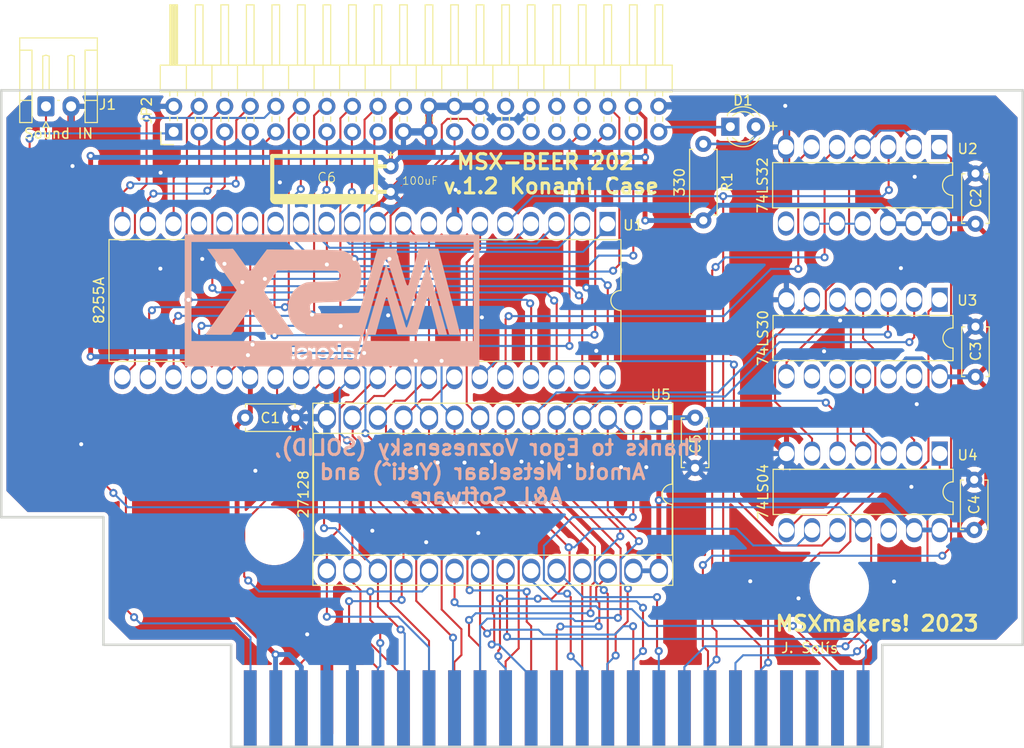
<source format=kicad_pcb>
(kicad_pcb (version 20211014) (generator pcbnew)
  (title_block (title "MSX BEER 202 2021 MSXmakers!") (rev "v. 1.1"))
  (layers (0 "F.Cu" signal) (31 "B.Cu" signal) (34 "B.Paste" user) (35 "F.Paste" user) (36 "B.SilkS" user "B.Silkscreen") (37 "F.SilkS" user "F.Silkscreen") (38 "B.Mask" user) (39 "F.Mask" user) (44 "Edge.Cuts" user))
  (net 0 "")
  (net 1 "Net-(CN1-Pad25)")
  (net 2 "Net-(CN1-Pad07)")
  (net 3 "Net-(CN1-Pad05)")
  (net 4 "Net-(CN1-Pad03)")
  (net 5 "Net-(CN1-Pad50)")
  (net 6 "Net-(CN1-Pad48)")
  (net 7 "Net-(CN1-Pad44)")
  (net 8 "Net-(CN1-Pad42)")
  (net 9 "Net-(CN1-Pad18)")
  (net 10 "Net-(CN1-Pad16)")
  (net 11 "Net-(CN1-Pad12)")
  (net 12 "Net-(CN1-Pad08)")
  (net 13 "Net-(CN1-Pad06)")
  (net 14 "Net-(CN1-Pad02)")
  (net 15 "GND")
  (net 16 "VCC")
  (net 17 "/D7")
  (net 18 "/D5")
  (net 19 "/D3")
  (net 20 "/D1")
  (net 21 "/A5")
  (net 22 "/A3")
  (net 23 "/A1")
  (net 24 "/A12")
  (net 25 "/A7")
  (net 26 "/A11")
  (net 27 "/A9")
  (net 28 "/~{RESET}")
  (net 29 "/~{WR}")
  (net 30 "/~{IORQ}")
  (net 31 "/~{M1}")
  (net 32 "/~{CS1}")
  (net 33 "/D6")
  (net 34 "/D4")
  (net 35 "/D2")
  (net 36 "/D0")
  (net 37 "/A4")
  (net 38 "/A2")
  (net 39 "/A0")
  (net 40 "/A13")
  (net 41 "/A8")
  (net 42 "/A6")
  (net 43 "/A10")
  (net 44 "/~{RD}")
  (net 45 "/~{BUSDIR}")
  (net 46 "/~{SLTSL}")
  (net 47 "Net-(D1-Pad1)")
  (net 48 "/HCS")
  (net 49 "/HA2")
  (net 50 "/HA0")
  (net 51 "Net-(JP2-Pad34)")
  (net 52 "/HA1")
  (net 53 "Net-(JP2-Pad32)")
  (net 54 "Net-(JP2-Pad31)")
  (net 55 "Net-(JP2-Pad29)")
  (net 56 "Net-(JP2-Pad28)")
  (net 57 "Net-(JP2-Pad27)")
  (net 58 "/HRD")
  (net 59 "/HWR")
  (net 60 "/HD15")
  (net 61 "/HD0")
  (net 62 "/HD14")
  (net 63 "/HD1")
  (net 64 "/HD13")
  (net 65 "/HD2")
  (net 66 "/HD12")
  (net 67 "/HD3")
  (net 68 "/HD11")
  (net 69 "/HD4")
  (net 70 "/HD10")
  (net 71 "/HD5")
  (net 72 "/HD9")
  (net 73 "/HD6")
  (net 74 "/HD8")
  (net 75 "/HD7")
  (net 76 "Net-(U1-Pad17)")
  (net 77 "/~{IDEWR}")
  (net 78 "/RESET")
  (net 79 "Net-(U1-Pad13)")
  (net 80 "Net-(U2-Pad10)")
  (net 81 "Net-(U2-Pad2)")
  (net 82 "Net-(U2-Pad8)")
  (net 83 "/~{A6}")
  (net 84 "/~{A7}")
  (net 85 "/~{A3}")
  (net 86 "/IORQ")
  (net 87 "Net-(U4-Pad12)")
  (net 88 "/SNDIN")
  (net 89 "Net-(D1-Pad2)")
  (footprint "Capacitor_THT:C_Disc_D4.7mm_W2.5mm_P5.00mm" (layer "F.Cu") (at 194.056 68.58 90)
    (fp_text reference "C2")
    (fp_text value "100nF")
  )
  (footprint "Capacitor_THT:C_Disc_D4.7mm_W2.5mm_P5.00mm" (layer "F.Cu") (at 194.056 83.82 90)
    (fp_text reference "C3")
    (fp_text value "100nF")
  )
  (footprint "Capacitor_THT:C_Disc_D4.7mm_W2.5mm_P5.00mm" (layer "F.Cu") (at 193.929 99.06 90)
    (fp_text reference "C4")
    (fp_text value "100nF")
  )
  (footprint "LED_THT:LED_D3.0mm" (layer "F.Cu") (at 169.672 58.928)
    (fp_text reference "D1")
    (fp_text value "+")
  )
  (footprint "MSXmakers:DIP-14c_W7.62mm_LongPads" (layer "F.Cu") (at 190.45 60.94 -90)
    (fp_text reference "U2")
    (fp_text value "74LS32")
  )
  (footprint "MSXmakers:DIP-14c_W7.62mm_LongPads" (layer "F.Cu") (at 190.49 76.15 -90)
    (fp_text reference "U3")
    (fp_text value "74LS30")
  )
  (footprint "MSXmakers:DIP-14c_W7.62mm_LongPads" (layer "F.Cu") (at 190.5 91.46 -90)
    (fp_text reference "U4")
    (fp_text value "74LS04")
  )
  (footprint "MSXmakers:DIP-28c_W15.24mm_Socket_LongPads" (layer "F.Cu") (at 162.56 87.884 -90)
    (fp_text reference "U5")
    (fp_text value "27128")
  )
  (footprint "Capacitor_THT:C_Disc_D4.7mm_W2.5mm_P5.00mm" (layer "F.Cu") (at 166.1668 87.884 -90)
    (fp_text reference "C5")
    (fp_text value "100nF")
  )
  (footprint "Connector_PinHeader_2.54mm:PinHeader_2x20_P2.54mm_Horizontal" (layer "F.Cu") (at 114.3 59.436 90)
    (fp_text reference "JP2")
    (fp_text value "PINHD-02x20")
  )
  (footprint "MSXmakers2:CARTRIDGE_#_MSX_XL" (layer "F.Cu") (at 152.4 116.205)
    (fp_text reference "CN1" hide)
    (fp_text value "MSX_SLOT_CON" hide)
    (fp_line (start -45.085 -18.415) (end -55.245 -18.415) (layer "Edge.Cuts") (width 0.254))
    (fp_line (start -55.24 -60.9) (end 46.35 -60.9) (layer "Edge.Cuts") (width 0.254))
    (fp_line (start -55.245 -18.415) (end -55.245 -60.9) (layer "Edge.Cuts") (width 0.254))
    (fp_line (start -32.385 4.445) (end -32.385 -5.715) (layer "Edge.Cuts") (width 0.254))
    (fp_line (start 46.355 -5.715) (end 32.385 -5.715) (layer "Edge.Cuts") (width 0.254))
    (fp_line (start 32.385 -5.715) (end 32.385 4.445) (layer "Edge.Cuts") (width 0.254))
    (fp_line (start -45.085 -5.715) (end -45.085 -18.415) (layer "Edge.Cuts") (width 0.254))
    (fp_line (start -32.385 -5.715) (end -45.085 -5.715) (layer "Edge.Cuts") (width 0.254))
    (fp_line (start 32.385 4.445) (end -32.385 4.445) (layer "Edge.Cuts") (width 0.254))
    (fp_line (start 46.355 -60.9) (end 46.355 -5.715) (layer "Edge.Cuts") (width 0.254))
  )
  (footprint "Capacitor_THT:C_Disc_D4.7mm_W2.5mm_P5.00mm" (layer "F.Cu") (at 121.412 87.884)
    (fp_text reference "C1")
    (fp_text value "100nF")
  )
  (footprint "Connector_JST:JST_EH_S2B-EH_1x02_P2.50mm_Horizontal" (layer "F.Cu") (at 101.6 56.896)
    (fp_text reference "J1")
    (fp_text value "Sound IN")
  )
  (footprint "MSXmakers:DIP-40c_W15.24mm_LongPads" (layer "F.Cu") (at 157.46 68.6 -90)
    (fp_text reference "U1")
    (fp_text value "8255A")
  )
  (footprint "MSXmakers2:CP_tumbado" (layer "F.Cu") (at 135.89 64.135 -90)
    (fp_text reference "C6")
    (fp_text value "100uF")
  )
  (footprint "Resistor_THT:R_Axial_DIN0207_L6.3mm_D2.5mm_P7.62mm_Horizontal" (layer "F.Cu") (at 166.98722 60.63234 -90)
    (fp_text reference "R1")
    (fp_text value "330")
  )
  (footprint "100pin-QFP_DIP:Logo_MSXmakers_fsilk_29x14_neg" (layer "B.Cu") (at 130.0734 76.2 180)
    (fp_text reference "G***" hide)
    (fp_text value "LOGO" hide)
  )
  (gr_text "Thanks to Egor Voznesensky (SOLID), \nArnold Metselaar (Yeti^) and\nA&L Software." (at 145.01876 93.2815) (layer "B.SilkS") (effects (font (size 1.5 1.5) (thickness 0.3)) (justify mirror)))
  (gr_text "MSX-BEER 202 \nv.1.2 Konami Case" (at 151.85 63.63) (layer "F.SilkS") (effects (font (size 1.5 1.5) (thickness 0.3))))
  (gr_text "MSXmakers! 2023" (at 184.27 108.37) (layer "F.SilkS") (effects (font (size 1.5 1.5) (thickness 0.3))))
  (gr_text "J. Solís" (at 177.56 110.8) (layer "F.SilkS") (effects (font (size 1 1))))
  (segment (start 180.34 83.82) (end 180.34 84.4296) (width 0.254) (layer "B.Cu") (net 0))
  (segment (start 127 112.268) (end 127.508 111.76) (width 0.2032) (layer "F.Cu") (net 7))
  (segment (start 129.032 111.76) (end 127.508 111.76) (width 0.2032) (layer "F.Cu") (net 7))
  (segment (start 127 116.84) (end 127 112.268) (width 0.2032) (layer "F.Cu") (net 7))
  (segment (start 129.54 112.268) (end 129.032 111.76) (width 0.2032) (layer "F.Cu") (net 7))
  (segment (start 129.54 115.57) (end 129.54 112.268) (width 0.2032) (layer "F.Cu") (net 7))
  (segment (start 173.488488 86.601964) (end 173.450599 86.564075) (width 0.7366) (layer "F.Cu") (net 15))
  (segment (start 104.2416 62.8396) (end 104.2416 62.7888) (width 0.7366) (layer "F.Cu") (net 15))
  (segment (start 104.2416 62.7888) (end 104.1 62.6472) (width 0.7366) (layer "F.Cu") (net 15))
  (segment (start 180.5934 79.6804) (end 180.5934 78.2066) (width 0.25) (layer "F.Cu") (net 15))
  (segment (start 126.412 87.884) (end 126.412 89.01537) (width 0.7366) (layer "F.Cu") (net 15))
  (segment (start 139.7 59.436) (end 139.7 61.595) (width 0.7366) (layer "F.Cu") (net 15))
  (segment (start 139.7 61.595) (end 135.89 65.405) (width 0.7366) (layer "F.Cu") (net 15))
  (segment (start 126.412 89.01537) (end 127.5842 90.18757) (width 0.7366) (layer "F.Cu") (net 15))
  (segment (start 142.3416 65.2018) (end 142.3416 68.4784) (width 0.7366) (layer "F.Cu") (net 15))
  (segment (start 139.7 59.436) (end 139.7 56.896) (width 0.7366) (layer "F.Cu") (net 15))
  (segment (start 104.1 62.6472) (end 104.1 56.896) (width 0.7366) (layer "F.Cu") (net 15))
  (segment (start 178.9938 81.28) (end 180.5934 79.6804) (width 0.25) (layer "F.Cu") (net 15))
  (segment (start 142.3416 68.4784) (end 142.24 68.58) (width 0.7366) (layer "F.Cu") (net 15))
  (segment (start 173.450599 86.564075) (end 173.450599 67.316001) (width 0.7366) (layer "F.Cu") (net 15))
  (segment (start 175.26 56.9722) (end 175.133 56.8452) (width 0.7366) (layer "F.Cu") (net 15))
  (segment (start 173.450599 67.316001) (end 175.26 65.5066) (width 0.7366) (layer "F.Cu") (net 15))
  (segment (start 175.26 65.5066) (end 175.26 56.9722) (width 0.7366) (layer "F.Cu") (net 15))
  (segment (start 175.26 91.44) (end 173.488488 89.668488) (width 0.7366) (layer "F.Cu") (net 15))
  (segment (start 127.5842 90.18757) (end 127.5842 109.4486) (width 0.7366) (layer "F.Cu") (net 15))
  (segment (start 173.488488 89.668488) (end 173.488488 86.601964) (width 0.7366) (layer "F.Cu") (net 15))
  (via (at 124.8664 64.4652) (size 0.8) (drill 0.4) (layers "F.Cu" "B.Cu") (net 15))
  (via (at 144.9578 77.9018) (size 0.8) (drill 0.4) (layers "F.Cu" "B.Cu") (net 15))
  (via (at 186.6392 72.9996) (size 0.8) (drill 0.4) (layers "F.Cu" "B.Cu") (net 15))
  (via (at 176.4538 105.8672) (size 0.8) (drill 0.4) (layers "F.Cu" "B.Cu") (net 15))
  (via (at 142.3416 65.2018) (size 0.8) (drill 0.4) (layers "F.Cu" "B.Cu") (net 15))
  (via (at 113.0046 63.5) (size 0.8) (drill 0.4) (layers "F.Cu" "B.Cu") (net 15))
  (via (at 117.1448 72.0852) (size 0.8) (drill 0.4) (layers "F.Cu" "B.Cu") (net 15))
  (via (at 175.133 56.8452) (size 0.8) (drill 0.4) (layers "F.Cu" "B.Cu") (net 15))
  (via (at 127.5842 109.4486) (size 0.8) (drill 0.4) (layers "F.Cu" "B.Cu") (net 15))
  (via (at 178.9938 81.28) (size 0.8) (drill 0.4) (layers "F.Cu" "B.Cu") (net 15))
  (via (at 161.3154 92.8116) (size 0.8) (drill 0.4) (layers "F.Cu" "B.Cu") (net 15))
  (via (at 138.4046 92.8116) (size 0.8) (drill 0.4) (layers "F.Cu" "B.Cu") (net 15))
  (via (at 156.337 81.2292) (size 0.8) (drill 0.4) (layers "F.Cu" "B.Cu") (net 15))
  (via (at 105.1052 90.5256) (size 0.8) (drill 0.4) (layers "F.Cu" "B.Cu") (net 15))
  (via (at 144.6022 99.3648) (size 0.8) (drill 0.4) (layers "F.Cu" "B.Cu") (net 15))
  (via (at 185.9534 104.1908) (size 0.8) (drill 0.4) (layers "F.Cu" "B.Cu") (net 15))
  (via (at 148.8948 92.2528) (size 0.8) (drill 0.4) (layers "F.Cu" "B.Cu") (net 15))
  (via (at 187.6806 94.7674) (size 0.8) (drill 0.4) (layers "F.Cu" "B.Cu") (net 15))
  (via (at 188.0108 63.9064) (size 0.8) (drill 0.4) (layers "F.Cu" "B.Cu") (net 15))
  (via (at 139.4206 100.2792) (size 0.8) (drill 0.4) (layers "F.Cu" "B.Cu") (net 15))
  (via (at 145.923 92.2528) (size 0.8) (drill 0.4) (layers "F.Cu" "B.Cu") (net 15))
  (via (at 122.428 93.1672) (size 0.8) (drill 0.4) (layers "F.Cu" "B.Cu") (net 15))
  (via (at 155.956 92.8116) (size 0.8) (drill 0.4) (layers "F.Cu" "B.Cu") (net 15))
  (via (at 171.6532 104.1654) (size 0.8) (drill 0.4) (layers "F.Cu" "B.Cu") (net 15))
  (via (at 150.9268 92.3036) (size 0.8) (drill 0.4) (layers "F.Cu" "B.Cu") (net 15))
  (via (at 154.6098 64.1858) (size 0.8) (drill 0.4) (layers "F.Cu" "B.Cu") (net 15))
  (via (at 135.636 77.6986) (size 0.8) (drill 0.4) (layers "F.Cu" "B.Cu") (net 15))
  (via (at 134.0612 99.1362) (size 0.8) (drill 0.4) (layers "F.Cu" "B.Cu") (net 15))
  (via (at 140.5636 92.3544) (size 0.8) (drill 0.4) (layers "F.Cu" "B.Cu") (net 15))
  (via (at 158.8008 92.8116) (size 0.8) (drill 0.4) (layers "F.Cu" "B.Cu") (net 15))
  (via (at 153.67 92.71) (size 0.8) (drill 0.4) (layers "F.Cu" "B.Cu") (net 15))
  (via (at 104.2416 62.8396) (size 0.8) (drill 0.4) (layers "F.Cu" "B.Cu") (net 15))
  (via (at 155.3464 74.93) (size 0.8) (drill 0.4) (layers "F.Cu" "B.Cu") (net 15))
  (via (at 157.6324 64.135) (size 0.8) (drill 0.4) (layers "F.Cu" "B.Cu") (net 15))
  (via (at 188.214 86.5378) (size 0.8) (drill 0.4) (layers "F.Cu" "B.Cu") (net 15))
  (via (at 143.2306 92.3544) (size 0.8) (drill 0.4) (layers "F.Cu" "B.Cu") (net 15))
  (via (at 112.9792 73.0504) (size 0.8) (drill 0.4) (layers "F.Cu" "B.Cu") (net 15))
  (via (at 180.5934 78.2066) (size 0.8) (drill 0.4) (layers "F.Cu" "B.Cu") (net 15))
  (segment (start 113.0046 63.5) (end 104.902 63.5) (width 0.7366) (layer "B.Cu") (net 15))
  (segment (start 148.6154 58.1406) (end 149.86 56.896) (width 0.3556) (layer "B.Cu") (net 15))
  (segment (start 175.26 92.1258) (end 175.26 91.44) (width 0.7366) (layer "B.Cu") (net 15))
  (segment (start 194.056 63.58) (end 193.506 63.03) (width 0.7366) (layer "B.Cu") (net 15))
  (segment (start 193.42608 78.2066) (end 180.5934 78.2066) (width 0.7366) (layer "B.Cu") (net 15))
  (segment (start 180.5934 78.2066) (end 176.149 78.2066) (width 0.7366) (layer "B.Cu") (net 15))
  (segment (start 132.08 112.0902) (end 132.0546 112.1156) (width 0.7366) (layer "B.Cu") (net 15))
  (segment (start 132.531 92.8116) (end 161.6184 92.8116) (width 0.7366) (layer "B.Cu") (net 15))
  (segment (start 176.5242 93.39) (end 175.26 92.1258) (width 0.7366) (layer "B.Cu") (net 15))
  (segment (start 161.6184 92.8116) (end 161.63 92.8) (width 0.7366) (layer "B.Cu") (net 15))
  (segment (start 193.929 94.06) (end 193.259 93.39) (width 0.7366) (layer "B.Cu") (net 15))
  (segment (start 175.26 91.44) (end 173.816 92.884) (width 0.7366) (layer "B.Cu") (net 15))
  (segment (start 166.0828 92.8) (end 166.1668 92.884) (width 0.7366) (layer "B.Cu") (net 15))
  (segment (start 193.506 63.03) (end 144.5134 63.03) (width 0.7366) (layer "B.Cu") (net 15))
  (segment (start 194.03948 78.82) (end 193.42608 78.2066) (width 0.7366) (layer "B.Cu") (net 15))
  (segment (start 139.7 59.436) (end 137.16 59.436) (width 0.7366) (layer "B.Cu") (net 15))
  (segment (start 135.636 65.151) (end 133.985 63.5) (width 0.7366) (layer "B.Cu") (net 15))
  (segment (start 129.54 112.141) (end 129.54 116.84) (width 0.7366) (layer "B.Cu") (net 15))
  (segment (start 136.0932 65.2018) (end 135.89 65.405) (width 0.7366) (layer "B.Cu") (net 15))
  (segment (start 130.048 112.1156) (end 130.0226 112.0902) (width 0.7366) (layer "B.Cu") (net 15))
  (segment (start 161.63 92.8) (end 166.0828 92.8) (width 0.7366) (layer "B.Cu") (net 15))
  (segment (start 130.048 112.1156) (end 130.048 111.9124) (width 0.7366) (layer "B.Cu") (net 15))
  (segment (start 133.985 63.5) (end 113.0046 63.5) (width 0.7366) (layer "B.Cu") (net 15))
  (segment (start 129.54 87.884) (end 129.54 89.8206) (width 0.7366) (layer "B.Cu") (net 15))
  (segment (start 132.08 116.84) (end 132.08 112.0902) (width 0.7366) (layer "B.Cu") (net 15))
  (segment (start 146.0246 58.1406) (end 148.6154 58.1406) (width 0.3556) (layer "B.Cu") (net 15))
  (segment (start 144.78 56.896) (end 146.0246 58.1406) (width 0.3556) (layer "B.Cu") (net 15))
  (segment (start 175.133 56.8452) (end 162.6108 56.8452) (width 0.7366) (layer "B.Cu") (net 15))
  (segment (start 132.0546 112.1156) (end 130.048 112.1156) (width 0.7366) (layer "B.Cu") (net 15))
  (segment (start 130.0226 112.0902) (end 129.5908 112.0902) (width 0.7366) (layer "B.Cu") (net 15))
  (segment (start 173.816 92.884) (end 166.1668 92.884) (width 0.7366) (layer "B.Cu") (net 15))
  (segment (start 175.26 77.3176) (end 175.26 76.2) (width 0.7366) (layer "B.Cu") (net 15))
  (segment (start 126.412 87.884) (end 129.54 87.884) (width 0.7366) (layer "B.Cu") (net 15))
  (segment (start 162.6108 56.8452) (end 162.56 56.896) (width 0.7366) (layer "B.Cu") (net 15))
  (segment (start 193.259 93.39) (end 176.5242 93.39) (width 0.7366) (layer "B.Cu") (net 15))
  (segment (start 139.7 56.896) (end 144.78 56.896) (width 0.7366) (layer "B.Cu") (net 15))
  (segment (start 130.048 111.9124) (end 127.5842 109.4486) (width 0.7366) (layer "B.Cu") (net 15))
  (segment (start 194.056 78.82) (end 194.03948 78.82) (width 0.7366) (layer "B.Cu") (net 15))
  (segment (start 129.54 89.8206) (end 132.531 92.8116) (width 0.7366) (layer "B.Cu") (net 15))
  (segment (start 129.5908 112.0902) (end 129.54 112.141) (width 0.7366) (layer "B.Cu") (net 15))
  (segment (start 176.149 78.2066) (end 175.26 77.3176) (width 0.7366) (layer "B.Cu") (net 15))
  (segment (start 144.5134 63.03) (end 142.3416 65.2018) (width 0.7366) (layer "B.Cu") (net 15))
  (segment (start 104.902 63.5) (end 104.2416 62.8396) (width 0.7366) (layer "B.Cu") (net 15))
  (segment (start 142.3416 65.2018) (end 136.0932 65.2018) (width 0.7366) (layer "B.Cu") (net 15))
  (segment (start 162.56 103.124) (end 162.56 96.09779) (width 0.4826) (layer "F.Cu") (net 16))
  (segment (start 121.93 83.83) (end 121.92 83.82) (width 0.4826) (layer "F.Cu") (net 16))
  (segment (start 194.056 68.58) (end 195.3514 69.8754) (width 0.4826) (layer "F.Cu") (net 16))
  (segment (start 121.412 87.884) (end 121.93 87.366) (width 0.4826) (layer "F.Cu") (net 16))
  (segment (start 195.3514 69.8754) (end 195.3514 82.5246) (width 0.4826) (layer "F.Cu") (net 16))
  (segment (start 195.1736 84.9376) (end 194.056 83.82) (width 0.4826) (layer "F.Cu") (net 16))
  (segment (start 135.89 62.865) (end 135.92 62.835) (width 0.3556) (layer "F.Cu") (net 16))
  (segment (start 195.3514 82.5246) (end 194.056 83.82) (width 0.4826) (layer "F.Cu") (net 16))
  (segment (start 161.247801 61.916599) (end 161.1884 61.976) (width 0.3556) (layer "F.Cu") (net 16))
  (segment (start 162.56 87.884) (end 162.56 96.09779) (width 0.4826) (layer "F.Cu") (net 16))
  (segment (start 106.045 81.8134) (end 106.045 61.8236) (width 0.4826) (layer "F.Cu") (net 16))
  (segment (start 160.02 56.896) (end 161.247801 58.123801) (width 0.3556) (layer "F.Cu") (net 16))
  (segment (start 120.612001 88.683999) (end 120.612001 107.632601) (width 0.4826) (layer "F.Cu") (net 16))
  (segment (start 120.612001 107.632601) (end 124.4346 111.4552) (width 0.4826) (layer "F.Cu") (net 16))
  (segment (start 135.92 58.136) (end 137.16 56.896) (width 0.3556) (layer "F.Cu") (net 16))
  (segment (start 161.1884 68.23456) (end 161.2138 68.25996) (width 0.4826) (layer "F.Cu") (net 16))
  (segment (start 121.412 87.884) (end 120.612001 88.683999) (width 0.4826) (layer "F.Cu") (net 16))
  (segment (start 161.247801 58.123801) (end 161.247801 61.916599) (width 0.3556) (layer "F.Cu") (net 16))
  (segment (start 195.1736 97.8154) (end 195.1736 84.9376) (width 0.4826) (layer "F.Cu") (net 16))
  (segment (start 193.929 99.06) (end 195.1736 97.8154) (width 0.4826) (layer "F.Cu") (net 16))
  (segment (start 121.93 87.366) (end 121.93 83.83) (width 0.4826) (layer "F.Cu") (net 16))
  (segment (start 161.1884 61.976) (end 161.1884 68.23456) (width 0.4826) (layer "F.Cu") (net 16))
  (segment (start 135.92 62.835) (end 135.92 58.136) (width 0.3556) (layer "F.Cu") (net 16))
  (via (at 106.045 81.8134) (size 0.8) (drill 0.4) (layers "F.Cu" "B.Cu") (net 16))
  (via (at 162.56 96.09779) (size 0.8) (drill 0.4) (layers "F.Cu" "B.Cu") (net 16))
  (via (at 161.2138 68.25996) (size 0.8) (drill 0.4) (layers "F.Cu" "B.Cu") (net 16))
  (via (at 106.045 61.8236) (size 0.8) (drill 0.4) (layers "F.Cu" "B.Cu") (net 16))
  (via (at 161.1884 61.976) (size 0.8) (drill 0.4) (layers "F.Cu" "B.Cu") (net 16))
  (via (at 124.4346 111.4552) (size 0.8) (drill 0.4) (layers "F.Cu" "B.Cu") (net 16))
  (segment (start 119.9134 81.8134) (end 106.045 81.8134) (width 0.4826) (layer "B.Cu") (net 16))
  (segment (start 121.92 83.82) (end 119.9134 81.8134) (width 0.4826) (layer "B.Cu") (net 16))
  (segment (start 193.929 99.06) (end 190.5 99.06) (width 0.4826) (layer "B.Cu") (net 16))
  (segment (start 125.7554 111.4552) (end 124.4346 111.4552) (width 0.4826) (layer "B.Cu") (net 16))
  (segment (start 167.01008 68.25234) (end 166.98722 68.25234) (width 0.4826) (layer "B.Cu") (net 16))
  (segment (start 161.2138 68.25996) (end 166.9796 68.25996) (width 0.4826) (layer "B.Cu") (net 16))
  (segment (start 124.4346 111.4552) (end 124.4346 116.8146) (width 0.4826) (layer "B.Cu") (net 16))
  (segment (start 161.1884 61.976) (end 136.779 61.976) (width 0.4826) (layer "B.Cu") (net 16))
  (segment (start 184.99779 96.09779) (end 162.56 96.09779) (width 0.4826) (layer "B.Cu") (net 16))
  (segment (start 160.02 103.124) (end 162.56 103.124) (width 0.4826) (layer "B.Cu") (net 16))
  (segment (start 124.4346 116.8146) (end 124.46 116.84) (width 0.4826) (layer "B.Cu") (net 16))
  (segment (start 162.56 87.884) (end 166.1668 87.884) (width 0.4826) (layer "B.Cu") (net 16))
  (segment (start 187.16 82.08) (end 185.42 83.82) (width 0.4826) (layer "B.Cu") (net 16))
  (segment (start 135.89 62.865) (end 135.001 61.976) (width 0.4826) (layer "B.Cu") (net 16))
  (segment (start 166.9796 68.25996) (end 166.98722 68.25234) (width 0.4826) (layer "B.Cu") (net 16))
  (segment (start 168.52242 66.74) (end 167.01008 68.25234) (width 0.4826) (layer "B.Cu") (net 16))
  (segment (start 194.056 83.82) (end 190.5 83.82) (width 0.4826) (layer "B.Cu") (net 16))
  (segment (start 184.596 66.74) (end 168.52242 66.74) (width 0.4826) (layer "B.Cu") (net 16))
  (segment (start 106.1974 61.976) (end 106.045 61.8236) (width 0.4826) (layer "B.Cu") (net 16))
  (segment (start 127 112.6998) (end 125.7554 111.4552) (width 0.4826) (layer "B.Cu") (net 16))
  (segment (start 127 116.84) (end 127 112.6998) (width 0.4826) (layer "B.Cu") (net 16))
  (segment (start 135.001 61.976) (end 106.1974 61.976) (width 0.4826) (layer "B.Cu") (net 16))
  (segment (start 185.42 68.58) (end 185.42 67.564) (width 0.4826) (layer "B.Cu") (net 16))
  (segment (start 187.96 99.06) (end 184.99779 96.09779) (width 0.4826) (layer "B.Cu") (net 16))
  (segment (start 190.5 99.06) (end 187.96 99.06) (width 0.4826) (layer "B.Cu") (net 16))
  (segment (start 185.42 67.564) (end 184.596 66.74) (width 0.4826) (layer "B.Cu") (net 16))
  (segment (start 190.5 83.82) (end 188.71 82.03) (width 0.4826) (layer "B.Cu") (net 16))
  (segment (start 187.16 82.03) (end 187.16 82.08) (width 0.4826) (layer "B.Cu") (net 16))
  (segment (start 136.779 61.976) (end 135.89 62.865) (width 0.4826) (layer "B.Cu") (net 16))
  (segment (start 188.71 82.03) (end 187.16 82.03) (width 0.4826) (layer "B.Cu") (net 16))
  (segment (start 194.056 68.58) (end 185.42 68.58) (width 0.4826) (layer "B.Cu") (net 16))
  (segment (start 134.8486 110.3122) (end 134.8486 109.0168) (width 0.2032) (layer "F.Cu") (net 17))
  (segment (start 121.316801 103.689201) (end 121.316801 98.266199) (width 0.2032) (layer "F.Cu") (net 17))
  (segment (start 124.587 94.996) (end 124.587 83.947) (width 0.2032) (layer "F.Cu") (net 17))
  (segment (start 124.587 83.947) (end 124.46 83.82) (width 0.2032) (layer "F.Cu") (net 17))
  (segment (start 133.858 108.0262) (end 133.858 105.1814) (width 0.2032) (layer "F.Cu") (net 17))
  (segment (start 121.316801 98.266199) (end 124.587 94.996) (width 0.2032) (layer "F.Cu") (net 17))
  (segment (start 134.8486 109.0168) (end 133.858 108.0262) (width 0.2032) (layer "F.Cu") (net 17))
  (segment (start 121.7168 104.0892) (end 121.316801 103.689201) (width 0.2032) (layer "F.Cu") (net 17))
  (via (at 133.858 105.1814) (size 0.8) (drill 0.4) (layers "F.Cu" "B.Cu") (net 17))
  (via (at 134.8486 110.3122) (size 0.8) (drill 0.4) (layers "F.Cu" "B.Cu") (net 17))
  (via (at 121.7168 104.0892) (size 0.8) (drill 0.4) (layers "F.Cu" "B.Cu") (net 17))
  (segment (start 133.858 105.1814) (end 122.809 105.1814) (width 0.2032) (layer "B.Cu") (net 17))
  (segment (start 133.858 105.1814) (end 139.0142 105.1814) (width 0.2032) (layer "B.Cu") (net 17))
  (segment (start 134.62 116.84) (end 134.62 112.8268) (width 0.2032) (layer "B.Cu") (net 17))
  (segment (start 139.0142 105.1814) (end 139.7 104.4956) (width 0.2032) (layer "B.Cu") (net 17))
  (segment (start 134.62 112.8268) (end 134.8486 112.5982) (width 0.2032) (layer "B.Cu") (net 17))
  (segment (start 139.7 104.4956) (end 139.7 103.124) (width 0.2032) (layer "B.Cu") (net 17))
  (segment (start 122.809 105.1814) (end 121.7168 104.0892) (width 0.2032) (layer "B.Cu") (net 17))
  (segment (start 134.8486 112.5982) (end 134.8486 110.3122) (width 0.2032) (layer "B.Cu") (net 17))
  (segment (start 128.1176 89.1476) (end 129.2606 90.2906) (width 0.2032) (layer "F.Cu") (net 18))
  (segment (start 128.1176 85.2424) (end 128.1176 89.1476) (width 0.2032) (layer "F.Cu") (net 18))
  (segment (start 129.2606 90.2906) (end 129.2606 98.8822) (width 0.2032) (layer "F.Cu") (net 18))
  (segment (start 129.54 83.82) (end 128.1176 85.2424) (width 0.2032) (layer "F.Cu") (net 18))
  (segment (start 134.62 103.124) (end 134.62 106.7054) (width 0.2032) (layer "F.Cu") (net 18))
  (segment (start 134.62 106.7054) (end 136.8806 108.966) (width 0.2032) (layer "F.Cu") (net 18))
  (via (at 129.2606 98.8822) (size 0.8) (drill 0.4) (layers "F.Cu" "B.Cu") (net 18))
  (via (at 136.8806 108.966) (size 0.8) (drill 0.4) (layers "F.Cu" "B.Cu") (net 18))
  (segment (start 137.287 116.713) (end 137.16 116.84) (width 0.2032) (layer "B.Cu") (net 18))
  (segment (start 136.8806 108.966) (end 137.287 109.3724) (width 0.2032) (layer "B.Cu") (net 18))
  (segment (start 130.3782 98.8822) (end 129.2606 98.8822) (width 0.2032) (layer "B.Cu") (net 18))
  (segment (start 134.62 103.124) (end 130.3782 98.8822) (width 0.2032) (layer "B.Cu") (net 18))
  (segment (start 137.287 109.3724) (end 137.287 116.713) (width 0.2032) (layer "B.Cu") (net 18))
  (segment (start 129.54 103.124) (end 129.54 100.2284) (width 0.2032) (layer "F.Cu") (net 19))
  (segment (start 131.445 86.36) (end 132.08 86.36) (width 0.2032) (layer "F.Cu") (net 19))
  (segment (start 130.82 86.985) (end 131.445 86.36) (width 0.2032) (layer "F.Cu") (net 19))
  (segment (start 130.82 98.9484) (end 130.82 86.985) (width 0.2032) (layer "F.Cu") (net 19))
  (segment (start 129.54 100.2284) (end 130.82 98.9484) (width 0.2032) (layer "F.Cu") (net 19))
  (segment (start 129.54 103.124) (end 129.54 107.696) (width 0.2032) (layer "F.Cu") (net 19))
  (segment (start 132.08 86.36) (end 134.62 83.82) (width 0.2032) (layer "F.Cu") (net 19))
  (via (at 129.54 107.696) (size 0.8) (drill 0.4) (layers "F.Cu" "B.Cu") (net 19))
  (segment (start 139.7 110.74703) (end 139.7 116.84) (width 0.2032) (layer "B.Cu") (net 19))
  (segment (start 129.54 107.696) (end 136.64897 107.696) (width 0.2032) (layer "B.Cu") (net 19))
  (segment (start 136.64897 107.696) (end 139.7 110.74703) (width 0.2032) (layer "B.Cu") (net 19))
  (segment (start 135.419999 88.683999) (end 135.419999 95.364199) (width 0.2032) (layer "F.Cu") (net 20))
  (segment (start 134.62 87.884) (end 136.314 86.19) (width 0.2032) (layer "F.Cu") (net 20))
  (segment (start 137.33 86.19) (end 139.7 83.82) (width 0.2032) (layer "F.Cu") (net 20))
  (segment (start 138.43 106.1212) (end 142.0876 109.7788) (width 0.2032) (layer "F.Cu") (net 20))
  (segment (start 136.314 86.19) (end 137.33 86.19) (width 0.2032) (layer "F.Cu") (net 20))
  (segment (start 134.62 87.884) (end 135.419999 88.683999) (width 0.2032) (layer "F.Cu") (net 20))
  (segment (start 135.419999 95.364199) (end 138.43 98.3742) (width 0.2032) (layer "F.Cu") (net 20))
  (segment (start 138.43 98.3742) (end 138.43 106.1212) (width 0.2032) (layer "F.Cu") (net 20))
  (via (at 142.0876 109.7788) (size 0.8) (drill 0.4) (layers "F.Cu" "B.Cu") (net 20))
  (segment (start 142.0876 116.6876) (end 142.24 116.84) (width 0.2032) (layer "B.Cu") (net 20))
  (segment (start 142.0876 109.7788) (end 142.0876 116.6876) (width 0.2032) (layer "B.Cu") (net 20))
  (segment (start 152.4 87.884) (end 152.4 94.535772) (width 0.2032) (layer "F.Cu") (net 21))
  (segment (start 158.76 107.54) (end 158.49 107.81) (width 0.2032) (layer "F.Cu") (net 21))
  (segment (start 187.96 76.2) (end 187.96 79.883) (width 0.2032) (layer "F.Cu") (net 21))
  (segment (start 152.4 94.535772) (end 158.76 100.895772) (width 0.2032) (layer "F.Cu") (net 21))
  (segment (start 158.76 100.895772) (end 158.76 107.54) (width 0.2032) (layer "F.Cu") (net 21))
  (segment (start 187.96 79.883) (end 187.4774 80.3656) (width 0.2032) (layer "F.Cu") (net 21))
  (via (at 187.4774 80.3656) (size 0.8) (drill 0.4) (layers "F.Cu" "B.Cu") (net 21))
  (via (at 158.49 107.81) (size 0.8) (drill 0.4) (layers "F.Cu" "B.Cu") (net 21))
  (segment (start 156.0622 108.1278) (end 156.38 107.81) (width 0.2032) (layer "B.Cu") (net 21))
  (segment (start 187.4774 80.3656) (end 174.560226 80.3656) (width 0.2032) (layer "B.Cu") (net 21))
  (segment (start 169.153125 85.772701) (end 154.511299 85.772701) (width 0.2032) (layer "B.Cu") (net 21))
  (segment (start 154.2378 108.1278) (end 156.0622 108.1278) (width 0.2032) (layer "B.Cu") (net 21))
  (segment (start 144.78 116.84) (end 144.78 108.60786) (width 0.2032) (layer "B.Cu") (net 21))
  (segment (start 144.78 108.60786) (end 145.504462 107.883398) (width 0.2032) (layer "B.Cu") (net 21))
  (segment (start 154.511299 85.772701) (end 152.4 87.884) (width 0.2032) (layer "B.Cu") (net 21))
  (segment (start 156.38 107.81) (end 158.49 107.81) (width 0.2032) (layer "B.Cu") (net 21))
  (segment (start 174.560226 80.3656) (end 169.153125 85.772701) (width 0.2032) (layer "B.Cu") (net 21))
  (segment (start 153.993398 107.883398) (end 154.2378 108.1278) (width 0.2032) (layer "B.Cu") (net 21))
  (segment (start 145.504462 107.883398) (end 153.993398 107.883398) (width 0.2032) (layer "B.Cu") (net 21))
  (segment (start 147.32 94.510193) (end 153.592826 100.783019) (width 0.2032) (layer "F.Cu") (net 22))
  (segment (start 153.68 100.870193) (end 153.68 104.14) (width 0.2032) (layer "F.Cu") (net 22))
  (segment (start 146.5961 111.054615) (end 146.75809 110.892625) (width 0.2032) (layer "F.Cu") (net 22))
  (segment (start 146.5961 111.6203) (end 146.5961 111.054615) (width 0.2032) (layer "F.Cu") (net 22))
  (segment (start 146.75809 110.892625) (end 146.75809 105.874338) (width 0.2032) (layer "F.Cu") (net 22))
  (segment (start 153.68 104.14) (end 151.91781 105.90219) (width 0.2032) (layer "F.Cu") (net 22))
  (segment (start 153.592826 100.783019) (end 153.68 100.870193) (width 0.2032) (layer "F.Cu") (net 22))
  (segment (start 147.32 87.884) (end 147.32 94.510193) (width 0.2032) (layer "F.Cu") (net 22))
  (segment (start 151.91781 105.90219) (end 150.52219 105.90219) (width 0.2032) (layer "F.Cu") (net 22))
  (via (at 153.592826 100.783019) (size 0.8) (drill 0.4) (layers "F.Cu" "B.Cu") (net 22))
  (via (at 146.75809 105.874338) (size 0.8) (drill 0.4) (layers "F.Cu" "B.Cu") (net 22))
  (via (at 146.5961 111.6203) (size 0.8) (drill 0.4) (layers "F.Cu" "B.Cu") (net 22))
  (via (at 150.52219 105.90219) (size 0.8) (drill 0.4) (layers "F.Cu" "B.Cu") (net 22))
  (segment (start 146.785942 105.90219) (end 150.52219 105.90219) (width 0.2032) (layer "B.Cu") (net 22))
  (segment (start 171.9486 100.6) (end 170.291199 98.942599) (width 0.2032) (layer "B.Cu") (net 22))
  (segment (start 154.158511 100.783019) (end 153.592826 100.783019) (width 0.2032) (layer "B.Cu") (net 22))
  (segment (start 170.291199 98.942599) (end 155.998931 98.942599) (width 0.2032) (layer "B.Cu") (net 22))
  (segment (start 155.998931 98.942599) (end 154.158511 100.783019) (width 0.2032) (layer "B.Cu") (net 22))
  (segment (start 177.8 99.06) (end 176.26 100.6) (width 0.2032) (layer "B.Cu") (net 22))
  (segment (start 176.26 100.6) (end 171.9486 100.6) (width 0.2032) (layer "B.Cu") (net 22))
  (segment (start 146.5961 111.6203) (end 146.5961 112.1283) (width 0.2032) (layer "B.Cu") (net 22))
  (segment (start 146.5961 112.1283) (end 147.32 112.8522) (width 0.2032) (layer "B.Cu") (net 22))
  (segment (start 147.32 112.8522) (end 147.32 116.84) (width 0.2032) (layer "B.Cu") (net 22))
  (segment (start 146.75809 105.874338) (end 146.785942 105.90219) (width 0.2032) (layer "B.Cu") (net 22))
  (segment (start 146.18462 107.50296) (end 146.18462 110.21568) (width 0.2032) (layer "F.Cu") (net 23))
  (segment (start 146.04 107.35834) (end 146.18462 107.50296) (width 0.2032) (layer "F.Cu") (net 23))
  (segment (start 142.24 87.884) (end 142.24 94.9198) (width 0.2032) (layer "F.Cu") (net 23))
  (segment (start 146.18462 110.21568) (end 145.94078 110.45952) (width 0.2032) (layer "F.Cu") (net 23))
  (segment (start 142.24 94.9198) (end 146.04 98.7198) (width 0.2032) (layer "F.Cu") (net 23))
  (segment (start 139.7 68.58) (end 139.7 80.98) (width 0.2032) (layer "F.Cu") (net 23))
  (segment (start 146.04 98.7198) (end 146.04 107.35834) (width 0.2032) (layer "F.Cu") (net 23))
  (segment (start 139.7 80.98) (end 140.95 82.23) (width 0.2032) (layer "F.Cu") (net 23))
  (via (at 140.95 82.23) (size 0.8) (drill 0.4) (layers "F.Cu" "B.Cu") (net 23))
  (via (at 145.94078 110.45952) (size 0.8) (drill 0.4) (layers "F.Cu" "B.Cu") (net 23))
  (segment (start 146.65452 110.45952) (end 145.94078 110.45952) (width 0.2032) (layer "B.Cu") (net 23))
  (segment (start 142.24 87.884) (end 140.95 86.594) (width 0.2032) (layer "B.Cu") (net 23))
  (segment (start 140.95 86.594) (end 140.95 82.23) (width 0.2032) (layer "B.Cu") (net 23))
  (segment (start 149.86 116.84) (end 149.86 113.665) (width 0.2032) (layer "B.Cu") (net 23))
  (segment (start 149.86 113.665) (end 146.65452 110.45952) (width 0.2032) (layer "B.Cu") (net 23))
  (segment (start 153.797 111.633) (end 153.797 105.74979) (width 0.2032) (layer "F.Cu") (net 24))
  (segment (start 160.02 97.7392) (end 159.9692 97.79) (width 0.2032) (layer "F.Cu") (net 24))
  (segment (start 153.797 105.74979) (end 153.4414 105.39419) (width 0.2032) (layer "F.Cu") (net 24))
  (segment (start 160.02 87.884) (end 160.02 97.7392) (width 0.2032) (layer "F.Cu") (net 24))
  (via (at 153.797 111.633) (size 0.8) (drill 0.4) (layers "F.Cu" "B.Cu") (net 24))
  (via (at 159.9692 97.79) (size 0.8) (drill 0.4) (layers "F.Cu" "B.Cu") (net 24))
  (via (at 153.4414 105.39419) (size 0.8) (drill 0.4) (layers "F.Cu" "B.Cu") (net 24))
  (segment (start 151.13 104.05) (end 152.47419 105.39419) (width 0.2032) (layer "B.Cu") (net 24))
  (segment (start 152.47419 105.39419) (end 153.4414 105.39419) (width 0.2032) (layer "B.Cu") (net 24))
  (segment (start 153.9748 97.79) (end 151.13 100.6348) (width 0.2032) (layer "B.Cu") (net 24))
  (segment (start 159.9692 97.79) (end 153.9748 97.79) (width 0.2032) (layer "B.Cu") (net 24))
  (segment (start 153.797 111.633) (end 154.94 112.776) (width 0.2032) (layer "B.Cu") (net 24))
  (segment (start 154.94 112.776) (end 154.94 116.84) (width 0.2032) (layer "B.Cu") (net 24))
  (segment (start 151.13 100.6348) (end 151.13 104.05) (width 0.2032) (layer "B.Cu") (net 24))
  (segment (start 159.46 104.92) (end 159.46 108.1544) (width 0.2032) (layer "F.Cu") (net 25))
  (segment (start 159.46 108.1544) (end 158.2674 109.347) (width 0.2032) (layer "F.Cu") (net 25))
  (segment (start 157.48 87.884) (end 157.48 97.0788) (width 0.2032) (layer "F.Cu") (net 25))
  (segment (start 159.49 104.89) (end 159.46 104.92) (width 0.2032) (layer "F.Cu") (net 25))
  (segment (start 158.2674 109.347) (end 158.2674 111.5568) (width 0.2032) (layer "F.Cu") (net 25))
  (segment (start 157.48 97.0788) (end 160.5788 100.1776) (width 0.2032) (layer "F.Cu") (net 25))
  (via (at 159.49 104.89) (size 0.8) (drill 0.4) (layers "F.Cu" "B.Cu") (net 25))
  (via (at 158.2674 111.5568) (size 0.8) (drill 0.4) (layers "F.Cu" "B.Cu") (net 25))
  (via (at 160.5788 100.1776) (size 0.8) (drill 0.4) (layers "F.Cu" "B.Cu") (net 25))
  (segment (start 157.48 87.884) (end 159.086 89.49) (width 0.2032) (layer "B.Cu") (net 25))
  (segment (start 158.2674 111.5568) (end 157.4292 112.395) (width 0.2032) (layer "B.Cu") (net 25))
  (segment (start 159.086 89.49) (end 183.47 89.49) (width 0.2032) (layer "B.Cu") (net 25))
  (segment (start 157.4292 112.395) (end 157.4292 116.7892) (width 0.2032) (layer "B.Cu") (net 25))
  (segment (start 158.7754 104.1754) (end 158.7754 101.981) (width 0.2032) (layer "B.Cu") (net 25))
  (segment (start 183.47 89.49) (end 185.42 91.44) (width 0.2032) (layer "B.Cu") (net 25))
  (segment (start 158.7754 101.981) (end 160.5788 100.1776) (width 0.2032) (layer "B.Cu") (net 25))
  (segment (start 157.4292 116.7892) (end 157.48 116.84) (width 0.2032) (layer "B.Cu") (net 25))
  (segment (start 159.49 104.89) (end 158.7754 104.1754) (width 0.2032) (layer "B.Cu") (net 25))
  (segment (start 160.9852 111.11541) (end 160.9852 106.8048) (width 0.2032) (layer "F.Cu") (net 26))
  (via (at 160.9852 106.8048) (size 0.8) (drill 0.4) (layers "F.Cu" "B.Cu") (net 26))
  (via (at 160.9852 111.11541) (size 0.8) (drill 0.4) (layers "F.Cu" "B.Cu") (net 26))
  (segment (start 149.86 104.06) (end 151.96241 106.16241) (width 0.2032) (layer "B.Cu") (net 26))
  (segment (start 149.86 103.124) (end 149.86 104.06) (width 0.2032) (layer "B.Cu") (net 26))
  (segment (start 160.34281 106.16241) (end 160.9852 106.8048) (width 0.2032) (layer "B.Cu") (net 26))
  (segment (start 160.02 116.84) (end 160.02 112.08061) (width 0.2032) (layer "B.Cu") (net 26))
  (segment (start 151.96241 106.16241) (end 160.34281 106.16241) (width 0.2032) (layer "B.Cu") (net 26))
  (segment (start 160.02 112.08061) (end 160.9852 111.11541) (width 0.2032) (layer "B.Cu") (net 26))
  (segment (start 162.55 111.11) (end 162.3822 110.9422) (width 0.2032) (layer "F.Cu") (net 27))
  (segment (start 162.3822 110.9422) (end 162.3822 105.7422) (width 0.2032) (layer "F.Cu") (net 27))
  (via (at 162.3822 105.7422) (size 0.8) (drill 0.4) (layers "F.Cu" "B.Cu") (net 27))
  (via (at 162.55 111.11) (size 0.8) (drill 0.4) (layers "F.Cu" "B.Cu") (net 27))
  (segment (start 155.0182 105.7422) (end 162.3822 105.7422) (width 0.2032) (layer "B.Cu") (net 27))
  (segment (start 152.4 103.124) (end 155.0182 105.7422) (width 0.2032) (layer "B.Cu") (net 27))
  (segment (start 162.56 111.12) (end 162.55 111.11) (width 0.2032) (layer "B.Cu") (net 27))
  (segment (start 162.56 116.84) (end 162.56 111.12) (width 0.2032) (layer "B.Cu") (net 27))
  (segment (start 183.679999 99.859999) (end 183.679999 108.089801) (width 0.2032) (layer "F.Cu") (net 28))
  (segment (start 108.3056 95.377) (end 99.9744 87.0458) (width 0.2032) (layer "F.Cu") (net 28))
  (segment (start 183.679999 108.089801) (end 181.1274 110.6424) (width 0.2032) (layer "F.Cu") (net 28))
  (segment (start 99.9744 87.0458) (end 99.9744 60.1218) (width 0.2032) (layer "F.Cu") (net 28))
  (segment (start 182.88 99.06) (end 183.679999 99.859999) (width 0.2032) (layer "F.Cu") (net 28))
  (via (at 99.9744 60.1218) (size 0.8) (drill 0.4) (layers "F.Cu" "B.Cu") (net 28))
  (via (at 108.3056 95.377) (size 0.8) (drill 0.4) (layers "F.Cu" "B.Cu") (net 28))
  (via (at 181.1274 110.6424) (size 0.8) (drill 0.4) (layers "F.Cu" "B.Cu") (net 28))
  (segment (start 100.5078 59.5884) (end 114.1476 59.5884) (width 0.2032) (layer "B.Cu") (net 28))
  (segment (start 180.6194 96.7994) (end 109.728 96.7994) (width 0.2032) (layer "B.Cu") (net 28))
  (segment (start 182.88 99.06) (end 180.6194 96.7994) (width 0.2032) (layer "B.Cu") (net 28))
  (segment (start 165.1 112.6998) (end 167.1574 110.6424) (width 0.2032) (layer "B.Cu") (net 28))
  (segment (start 167.1574 110.6424) (end 181.1274 110.6424) (width 0.2032) (layer "B.Cu") (net 28))
  (segment (start 109.728 96.7994) (end 108.3056 95.377) (width 0.2032) (layer "B.Cu") (net 28))
  (segment (start 114.1476 59.5884) (end 114.3 59.436) (width 0.2032) (layer "B.Cu") (net 28))
  (segment (start 165.1 116.84) (end 165.1 112.6998) (width 0.2032) (layer "B.Cu") (net 28))
  (segment (start 99.9744 60.1218) (end 100.5078 59.5884) (width 0.2032) (layer "B.Cu") (net 28))
  (segment (start 179.0446 62.2554) (end 179.0446 71.9328) (width 0.2032) (layer "F.Cu") (net 29))
  (segment (start 180.34 60.96) (end 179.0446 62.2554) (width 0.2032) (layer "F.Cu") (net 29))
  (segment (start 168.3004 111.9632) (end 168.3004 109.1404) (width 0.2032) (layer "F.Cu") (net 29))
  (segment (start 167.87 73.23) (end 168.21 72.89) (width 0.2032) (layer "F.Cu") (net 29))
  (segment (start 167.87 108.71) (end 167.87 73.23) (width 0.2032) (layer "F.Cu") (net 29))
  (segment (start 168.3004 109.1404) (end 167.87 108.71) (width 0.2032) (layer "F.Cu") (net 29))
  (via (at 179.0446 71.9328) (size 0.8) (drill 0.4) (layers "F.Cu" "B.Cu") (net 29))
  (via (at 168.3004 111.9632) (size 0.8) (drill 0.4) (layers "F.Cu" "B.Cu") (net 29))
  (via (at 168.21 72.89) (size 0.8) (drill 0.4) (layers "F.Cu" "B.Cu") (net 29))
  (segment (start 179.0446 71.9328) (end 169.1672 71.9328) (width 0.2032) (layer "B.Cu") (net 29))
  (segment (start 167.4622 112.8014) (end 167.4622 116.6622) (width 0.2032) (layer "B.Cu") (net 29))
  (segment (start 168.3004 111.9632) (end 167.4622 112.8014) (width 0.2032) (layer "B.Cu") (net 29))
  (segment (start 169.1672 71.9328) (end 168.21 72.89) (width 0.2032) (layer "B.Cu") (net 29))
  (segment (start 167.4622 116.6622) (end 167.64 116.84) (width 0.2032) (layer "B.Cu") (net 29))
  (segment (start 189.2808 96.6978) (end 189.2808 104.129414) (width 0.2032) (layer "F.Cu") (net 30))
  (segment (start 190.5 91.44) (end 190.5 95.4786) (width 0.2032) (layer "F.Cu") (net 30))
  (segment (start 189.2808 104.129414) (end 182.277807 111.132407) (width 0.2032) (layer "F.Cu") (net 30))
  (segment (start 190.5 95.4786) (end 189.2808 96.6978) (width 0.2032) (layer "F.Cu") (net 30))
  (via (at 182.277807 111.132407) (size 0.8) (drill 0.4) (layers "F.Cu" "B.Cu") (net 30))
  (segment (start 170.18 116.84) (end 170.18 112.2934) (width 0.2032) (layer "B.Cu") (net 30))
  (segment (start 170.940994 111.532406) (end 181.877808 111.532406) (width 0.2032) (layer "B.Cu") (net 30))
  (segment (start 170.18 112.2934) (end 170.940994 111.532406) (width 0.2032) (layer "B.Cu") (net 30))
  (segment (start 181.877808 111.532406) (end 182.277807 111.132407) (width 0.2032) (layer "B.Cu") (net 30))
  (segment (start 180.4924 101.3206) (end 178.5874 101.3206) (width 0.2032) (layer "F.Cu") (net 31))
  (segment (start 178.5874 101.3206) (end 173.4312 106.4768) (width 0.2032) (layer "F.Cu") (net 31))
  (segment (start 181.61 97.6122) (end 181.61 100.203) (width 0.2032) (layer "F.Cu") (net 31))
  (segment (start 186.0042 93.218) (end 181.61 97.6122) (width 0.2032) (layer "F.Cu") (net 31))
  (segment (start 189.38 92.179) (end 188.341 93.218) (width 0.2032) (layer "F.Cu") (net 31))
  (segment (start 190.5 76.2) (end 189.38 77.32) (width 0.2032) (layer "F.Cu") (net 31))
  (segment (start 188.341 93.218) (end 186.0042 93.218) (width 0.2032) (layer "F.Cu") (net 31))
  (segment (start 173.4312 106.4768) (end 173.4312 112.25841) (width 0.2032) (layer "F.Cu") (net 31))
  (segment (start 189.38 77.32) (end 189.38 92.179) (width 0.2032) (layer "F.Cu") (net 31))
  (segment (start 181.61 100.203) (end 180.4924 101.3206) (width 0.2032) (layer "F.Cu") (net 31))
  (via (at 173.4312 112.25841) (size 0.8) (drill 0.4) (layers "F.Cu" "B.Cu") (net 31))
  (segment (start 172.72 112.96961) (end 173.4312 112.25841) (width 0.2032) (layer "B.Cu") (net 31))
  (segment (start 172.72 116.84) (end 172.72 112.96961) (width 0.2032) (layer "B.Cu") (net 31))
  (segment (start 147.4597 103.2637) (end 147.4597 109.688777) (width 0.2032) (layer "F.Cu") (net 32))
  (segment (start 147.32 103.124) (end 147.4597 103.2637) (width 0.2032) (layer "F.Cu") (net 32))
  (segment (start 147.4597 109.688777) (end 147.460744 109.689821) (width 0.2032) (layer "F.Cu") (net 32))
  (via (at 147.460744 109.689821) (size 0.8) (drill 0.4) (layers "F.Cu" "B.Cu") (net 32))
  (segment (start 183.1594 111.76) (end 183.1594 110.5662) (width 0.2032) (layer "B.Cu") (net 32))
  (segment (start 182.9054 113.792) (end 182.9054 112.014) (width 0.2032) (layer "B.Cu") (net 32))
  (segment (start 182.9054 112.014) (end 183.1594 111.76) (width 0.2032) (layer "B.Cu") (net 32))
  (segment (start 183.1594 110.5662) (end 182.499 109.9058) (width 0.2032) (layer "B.Cu") (net 32))
  (segment (start 147.676723 109.9058) (end 147.460744 109.689821) (width 0.2032) (layer "B.Cu") (net 32))
  (segment (start 182.499 109.9058) (end 147.676723 109.9058) (width 0.2032) (layer "B.Cu") (net 32))
  (segment (start 137.16 98.6536) (end 134.5692 96.0628) (width 0.2032) (layer "F.Cu") (net 33))
  (segment (start 136.9822 106.0196) (end 136.9822 103.3018) (width 0.2032) (layer "F.Cu") (net 33))
  (segment (start 137.16 103.124) (end 137.16 98.6536) (width 0.2032) (layer "F.Cu") (net 33))
  (segment (start 136.9822 103.3018) (end 137.16 103.124) (width 0.2032) (layer "F.Cu") (net 33))
  (segment (start 134.5692 96.0628) (end 134.5692 90.9066) (width 0.2032) (layer "F.Cu") (net 33))
  (segment (start 131.7498 109.9566) (end 131.7498 106.1466) (width 0.2032) (layer "F.Cu") (net 33))
  (segment (start 134.5692 90.9066) (end 134.5692 90.6272) (width 0.2032) (layer "F.Cu") (net 33))
  (segment (start 134.5692 90.6272) (end 133.3754 89.4334) (width 0.2032) (layer "F.Cu") (net 33))
  (segment (start 134.62 116.84) (end 134.62 112.8268) (width 0.2032) (layer "F.Cu") (net 33))
  (segment (start 134.62 112.8268) (end 131.7498 109.9566) (width 0.2032) (layer "F.Cu") (net 33))
  (via (at 136.9822 106.0196) (size 0.8) (drill 0.4) (layers "F.Cu" "B.Cu") (net 33))
  (via (at 133.3754 89.4334) (size 0.8) (drill 0.4) (layers "F.Cu" "B.Cu") (net 33))
  (via (at 131.7498 106.1466) (size 0.8) (drill 0.4) (layers "F.Cu" "B.Cu") (net 33))
  (segment (start 131.7498 106.1466) (end 136.2202 106.1466) (width 0.2032) (layer "B.Cu") (net 33))
  (segment (start 132.42 82.07) (end 128.75 82.07) (width 0.2032) (layer "B.Cu") (net 33))
  (segment (start 133.3754 89.4334) (end 133.3754 83.0254) (width 0.2032) (layer "B.Cu") (net 33))
  (segment (start 136.2202 106.1466) (end 136.398 106.1466) (width 0.2032) (layer "B.Cu") (net 33))
  (segment (start 133.3754 83.0254) (end 132.42 82.07) (width 0.2032) (layer "B.Cu") (net 33))
  (segment (start 136.2202 106.1466) (end 136.8552 106.1466) (width 0.2032) (layer "B.Cu") (net 33))
  (segment (start 128.75 82.07) (end 127 83.82) (width 0.2032) (layer "B.Cu") (net 33))
  (segment (start 136.8552 106.1466) (end 136.9822 106.0196) (width 0.2032) (layer "B.Cu") (net 33))
  (segment (start 132.08 103.124) (end 132.08 104.25537) (width 0.2032) (layer "F.Cu") (net 34))
  (segment (start 132.879999 109.375767) (end 137.16 113.655768) (width 0.2032) (layer "F.Cu") (net 34))
  (segment (start 137.16 113.655768) (end 137.16 116.84) (width 0.2032) (layer "F.Cu") (net 34))
  (segment (start 132.08 103.124) (end 132.08 90.67489) (width 0.2032) (layer "F.Cu") (net 34))
  (segment (start 132.08 90.67489) (end 131.5466 90.14149) (width 0.2032) (layer "F.Cu") (net 34))
  (segment (start 132.879999 105.055369) (end 132.879999 109.375767) (width 0.2032) (layer "F.Cu") (net 34))
  (segment (start 132.08 104.25537) (end 132.879999 105.055369) (width 0.2032) (layer "F.Cu") (net 34))
  (via (at 131.5466 90.14149) (size 0.8) (drill 0.4) (layers "F.Cu" "B.Cu") (net 34))
  (segment (start 130.82 89.41489) (end 131.5466 90.14149) (width 0.2032) (layer "B.Cu") (net 34))
  (segment (start 130.82 85.08) (end 130.82 89.41489) (width 0.2032) (layer "B.Cu") (net 34))
  (segment (start 132.08 83.82) (end 130.82 85.08) (width 0.2032) (layer "B.Cu") (net 34))
  (segment (start 132.1054 87.95717) (end 132.03223 87.884) (width 0.2032) (layer "F.Cu") (net 35))
  (segment (start 139.7 116.84) (end 139.7 110.109) (width 0.2032) (layer "F.Cu") (net 35))
  (segment (start 137.16 83.82) (end 135.255 85.725) (width 0.2032) (layer "F.Cu") (net 35))
  (segment (start 132.1054 89.7128) (end 132.1054 87.95717) (width 0.2032) (layer "F.Cu") (net 35))
  (segment (start 135.9 106.309) (end 135.9 98.9684) (width 0.2032) (layer "F.Cu") (net 35))
  (segment (start 133.9088 96.9772) (end 133.9088 91.5162) (width 0.2032) (layer "F.Cu") (net 35))
  (segment (start 135.9 98.9684) (end 133.9088 96.9772) (width 0.2032) (layer "F.Cu") (net 35))
  (segment (start 139.7 110.109) (end 135.9 106.309) (width 0.2032) (layer "F.Cu") (net 35))
  (segment (start 133.9088 91.5162) (end 132.1054 89.7128) (width 0.2032) (layer "F.Cu") (net 35))
  (segment (start 134.239 85.725) (end 132.08 87.884) (width 0.2032) (layer "F.Cu") (net 35))
  (segment (start 135.255 85.725) (end 134.239 85.725) (width 0.2032) (layer "F.Cu") (net 35))
  (segment (start 132.03223 87.884) (end 132.08 87.884) (width 0.2032) (layer "F.Cu") (net 35))
  (segment (start 142.9258 108.9406) (end 142.9258 111.506) (width 0.2032) (layer "F.Cu") (net 36))
  (segment (start 140.96 98.2626) (end 140.96 106.9748) (width 0.2032) (layer "F.Cu") (net 36))
  (segment (start 137.16 94.4626) (end 140.96 98.2626) (width 0.2032) (layer "F.Cu") (net 36))
  (segment (start 142.9258 111.506) (end 142.2146 112.2172) (width 0.2032) (layer "F.Cu") (net 36))
  (segment (start 140.96 106.9748) (end 142.9258 108.9406) (width 0.2032) (layer "F.Cu") (net 36))
  (segment (start 138.954 86.09) (end 139.97 86.09) (width 0.2032) (layer "F.Cu") (net 36))
  (segment (start 139.97 86.09) (end 142.24 83.82) (width 0.2032) (layer "F.Cu") (net 36))
  (segment (start 142.2146 116.8146) (end 142.24 116.84) (width 0.2032) (layer "F.Cu") (net 36))
  (segment (start 142.2146 112.2172) (end 142.2146 116.8146) (width 0.2032) (layer "F.Cu") (net 36))
  (segment (start 137.16 87.884) (end 138.954 86.09) (width 0.2032) (layer "F.Cu") (net 36))
  (segment (start 137.16 87.884) (end 137.16 94.4626) (width 0.2032) (layer "F.Cu") (net 36))
  (segment (start 185.3438 79.6036) (end 185.3438 76.2762) (width 0.2032) (layer "F.Cu") (net 37))
  (segment (start 156.2 104.23) (end 155.768544 104.661456) (width 0.2032) (layer "F.Cu") (net 37))
  (segment (start 144.78 110.68558) (end 143.679254 109.584834) (width 0.2032) (layer "F.Cu") (net 37))
  (segment (start 149.86 87.884) (end 149.86 94.3864) (width 0.2032) (layer "F.Cu") (net 37))
  (segment (start 156.2 100.7264) (end 156.2 104.23) (width 0.2032) (layer "F.Cu") (net 37))
  (segment (start 144.78 116.84) (end 144.78 110.68558) (width 0.2032) (layer "F.Cu") (net 37))
  (segment (start 143.679254 109.584834) (end 143.679254 108.019834) (width 0.2032) (layer "F.Cu") (net 37))
  (segment (start 185.3438 76.2762) (end 185.42 76.2) (width 0.2032) (layer "F.Cu") (net 37))
  (segment (start 149.86 94.3864) (end 156.2 100.7264) (width 0.2032) (layer "F.Cu") (net 37))
  (segment (start 155.768544 104.661456) (end 155.768544 107.351459) (width 0.2032) (layer "F.Cu") (net 37))
  (via (at 185.3438 79.6036) (size 0.8) (drill 0.4) (layers "F.Cu" "B.Cu") (net 37))
  (via (at 155.768544 107.351459) (size 0.8) (drill 0.4) (layers "F.Cu" "B.Cu") (net 37))
  (via (at 143.679254 108.019834) (size 0.8) (drill 0.4) (layers "F.Cu" "B.Cu") (net 37))
  (segment (start 144.347629 107.351459) (end 155.768544 107.351459) (width 0.2032) (layer "B.Cu") (net 37))
  (segment (start 174.20336 79.6036) (end 185.3438 79.6036) (width 0.2032) (layer "B.Cu") (net 37))
  (segment (start 143.679254 108.019834) (end 144.347629 107.351459) (width 0.2032) (layer "B.Cu") (net 37))
  (segment (start 168.43696 85.37) (end 174.20336 79.6036) (width 0.2032) (layer "B.Cu") (net 37))
  (segment (start 152.374 85.37) (end 168.43696 85.37) (width 0.2032) (layer "B.Cu") (net 37))
  (segment (start 149.86 87.884) (end 152.374 85.37) (width 0.2032) (layer "B.Cu") (net 37))
  (segment (start 143.45 86.554) (end 144.78 87.884) (width 0.2032) (layer "F.Cu") (net 38))
  (segment (start 144.78 71.0946) (end 143.45 72.4246) (width 0.2032) (layer "F.Cu") (net 38))
  (segment (start 143.45 72.4246) (end 143.45 86.554) (width 0.2032) (layer "F.Cu") (net 38))
  (segment (start 144.78 87.884) (end 144.78 94.488) (width 0.2032) (layer "F.Cu") (net 38))
  (segment (start 144.78 94.488) (end 148.62 98.328) (width 0.2032) (layer "F.Cu") (net 38))
  (segment (start 148.62 110.84354) (end 147.32 112.14354) (width 0.2032) (layer "F.Cu") (net 38))
  (segment (start 147.32 112.14354) (end 147.32 116.84) (width 0.2032) (layer "F.Cu") (net 38))
  (segment (start 144.78 68.58) (end 144.78 71.0946) (width 0.2032) (layer "F.Cu") (net 38))
  (segment (start 148.62 98.328) (end 148.62 110.84354) (width 0.2032) (layer "F.Cu") (net 38))
  (segment (start 149.86 108.63) (end 149.42 108.19) (width 0.2032) (layer "F.Cu") (net 39))
  (segment (start 143.52 104.84) (end 143.74 105.06) (width 0.2032) (layer "F.Cu") (net 39))
  (segment (start 138.3792 69.7992) (end 138.3792 82.2208) (width 0.2032) (layer "F.Cu") (net 39))
  (segment (start 143.52 98.2572) (end 143.52 104.84) (width 0.2032) (layer "F.Cu") (net 39))
  (segment (start 149.42 108.19) (end 149.42 105.2) (width 0.2032) (layer "F.Cu") (net 39))
  (segment (start 149.86 116.84) (end 149.86 108.63) (width 0.2032) (layer "F.Cu") (net 39))
  (segment (start 137.16 68.58) (end 138.3792 69.7992) (width 0.2032) (layer "F.Cu") (net 39))
  (segment (start 139.7 94.4372) (end 143.52 98.2572) (width 0.2032) (layer "F.Cu") (net 39))
  (segment (start 139.7 87.884) (end 139.7 94.4372) (width 0.2032) (layer "F.Cu") (net 39))
  (via (at 138.3792 82.2208) (size 0.8) (drill 0.4) (layers "F.Cu" "B.Cu") (net 39))
  (via (at 143.74 105.06) (size 0.8) (drill 0.4) (layers "F.Cu" "B.Cu") (net 39))
  (via (at 149.42 105.2) (size 0.8) (drill 0.4) (layers "F.Cu" "B.Cu") (net 39))
  (segment (start 139.7 87.884) (end 138.3792 86.5632) (width 0.2032) (layer "B.Cu") (net 39))
  (segment (start 138.3792 86.5632) (end 138.3792 82.2208) (width 0.2032) (layer "B.Cu") (net 39))
  (segment (start 149.3 105.08) (end 143.76 105.08) (width 0.2032) (layer "B.Cu") (net 39))
  (segment (start 143.76 105.08) (end 143.74 105.06) (width 0.2032) (layer "B.Cu") (net 39))
  (segment (start 149.42 105.2) (end 149.3 105.08) (width 0.2032) (layer "B.Cu") (net 39))
  (segment (start 152.4 116.84) (end 152.4 109.0422) (width 0.2032) (layer "F.Cu") (net 40))
  (segment (start 156.64 106.34) (end 156.33 106.03) (width 0.2032) (layer "F.Cu") (net 40))
  (segment (start 157.48 103.64) (end 157.48 103.124) (width 0.2032) (layer "F.Cu") (net 40))
  (segment (start 156.64 108.5854) (end 156.64 106.34) (width 0.2032) (layer "F.Cu") (net 40))
  (segment (start 156.33 106.03) (end 156.33 104.79) (width 0.2032) (layer "F.Cu") (net 40))
  (segment (start 152.4 109.0422) (end 152.7683 108.6739) (width 0.2032) (layer "F.Cu") (net 40))
  (segment (start 156.577599 108.647801) (end 156.64 108.5854) (width 0.2032) (layer "F.Cu") (net 40))
  (segment (start 156.33 104.79) (end 157.48 103.64) (width 0.2032) (layer "F.Cu") (net 40))
  (via (at 152.7683 108.6739) (size 0.8) (drill 0.4) (layers "F.Cu" "B.Cu") (net 40))
  (via (at 156.577599 108.647801) (size 0.8) (drill 0.4) (layers "F.Cu" "B.Cu") (net 40))
  (segment (start 156.5515 108.6739) (end 156.577599 108.647801) (width 0.2032) (layer "B.Cu") (net 40))
  (segment (start 152.7683 108.6739) (end 156.5515 108.6739) (width 0.2032) (layer "B.Cu") (net 40))
  (segment (start 154.94 103.124) (end 154.94 116.84) (width 0.2032) (layer "F.Cu") (net 41))
  (segment (start 154.94 87.884) (end 154.94 95.25) (width 0.2032) (layer "F.Cu") (net 42))
  (segment (start 157.48 105.43) (end 157.48 116.84) (width 0.2032) (layer "F.Cu") (net 42))
  (segment (start 157.09 105.04) (end 157.48 105.43) (width 0.2032) (layer "F.Cu") (net 42))
  (segment (start 180.34 91.44) (end 180.34 87.5538) (width 0.2032) (layer "F.Cu") (net 42))
  (segment (start 158.7246 99.0346) (end 158.7246 99.695) (width 0.2032) (layer "F.Cu") (net 42))
  (segment (start 180.34 87.5538) (end 179.1716 86.3854) (width 0.2032) (layer "F.Cu") (net 42))
  (segment (start 154.94 95.25) (end 158.7246 99.0346) (width 0.2032) (layer "F.Cu") (net 42))
  (via (at 157.09 105.04) (size 0.8) (drill 0.4) (layers "F.Cu" "B.Cu") (net 42))
  (via (at 158.7246 99.695) (size 0.8) (drill 0.4) (layers "F.Cu" "B.Cu") (net 42))
  (via (at 179.1716 86.3854) (size 0.8) (drill 0.4) (layers "F.Cu" "B.Cu") (net 42))
  (segment (start 156.2 102.2196) (end 158.7246 99.695) (width 0.2032) (layer "B.Cu") (net 42))
  (segment (start 178.9862 86.2) (end 156.624 86.2) (width 0.2032) (layer "B.Cu") (net 42))
  (segment (start 157.09 105.04) (end 156.2 104.15) (width 0.2032) (layer "B.Cu") (net 42))
  (segment (start 179.1716 86.3854) (end 178.9862 86.2) (width 0.2032) (layer "B.Cu") (net 42))
  (segment (start 156.2 104.15) (end 156.2 102.2196) (width 0.2032) (layer "B.Cu") (net 42))
  (segment (start 156.624 86.2) (end 154.94 87.884) (width 0.2032) (layer "B.Cu") (net 42))
  (segment (start 160.02 116.84) (end 160.02 108.67079) (width 0.2032) (layer "F.Cu") (net 43))
  (segment (start 145.48161 109.251964) (end 145.48161 109.36732) (width 0.2032) (layer "F.Cu") (net 43))
  (segment (start 160.02 108.67079) (end 159.9946 108.64539) (width 0.2032) (layer "F.Cu") (net 43))
  (segment (start 144.78 108.550354) (end 145.48161 109.251964) (width 0.2032) (layer "F.Cu") (net 43))
  (segment (start 144.78 103.124) (end 144.78 108.550354) (width 0.2032) (layer "F.Cu") (net 43))
  (via (at 145.48161 109.36732) (size 0.8) (drill 0.4) (layers "F.Cu" "B.Cu") (net 43))
  (via (at 159.9946 108.64539) (size 0.8) (drill 0.4) (layers "F.Cu" "B.Cu") (net 43))
  (segment (start 150.601257 108.988211) (end 145.860719 108.988211) (width 0.2032) (layer "B.Cu") (net 43))
  (segment (start 159.9946 108.64539) (end 159.02461 108.64539) (width 0.2032) (layer "B.Cu") (net 43))
  (segment (start 145.860719 108.988211) (end 145.48161 109.36732) (width 0.2032) (layer "B.Cu") (net 43))
  (segment (start 158.196 109.474) (end 151.087046 109.474) (width 0.2032) (layer "B.Cu") (net 43))
  (segment (start 159.02461 108.64539) (end 158.196 109.474) (width 0.2032) (layer "B.Cu") (net 43))
  (segment (start 151.087046 109.474) (end 150.601257 108.988211) (width 0.2032) (layer "B.Cu") (net 43))
  (segment (start 166.94 110.61) (end 166.94 102.55) (width 0.2032) (layer "F.Cu") (net 44))
  (segment (start 167.45 111.12) (end 166.94 110.61) (width 0.2032) (layer "F.Cu") (net 44))
  (segment (start 191.627001 100.752399) (end 190.754 101.6254) (width 0.2032) (layer "F.Cu") (net 44))
  (segment (start 190.5 60.96) (end 191.601601 62.061601) (width 0.2032) (layer "F.Cu") (net 44))
  (segment (start 167.64 116.84) (end 167.45 116.65) (width 0.2032) (layer "F.Cu") (net 44))
  (segment (start 191.601601 62.061601) (end 191.627001 62.061601) (width 0.2032) (layer "F.Cu") (net 44))
  (segment (start 167.45 116.65) (end 167.45 111.12) (width 0.2032) (layer "F.Cu") (net 44))
  (segment (start 191.627001 62.061601) (end 191.627001 100.752399) (width 0.2032) (layer "F.Cu") (net 44))
  (via (at 190.754 101.6254) (size 0.8) (drill 0.4) (layers "F.Cu" "B.Cu") (net 44))
  (via (at 166.94 102.55) (size 0.8) (drill 0.4) (layers "F.Cu" "B.Cu") (net 44))
  (segment (start 167.8646 101.6254) (end 166.94 102.55) (width 0.2032) (layer "B.Cu") (net 44))
  (segment (start 190.754 101.6254) (end 167.8646 101.6254) (width 0.2032) (layer "B.Cu") (net 44))
  (segment (start 172.72 116.84) (end 172.72 110.6678) (width 0.2032) (layer "F.Cu") (net 45))
  (segment (start 168.9608 106.9086) (end 168.9608 65.8368) (width 0.2032) (layer "F.Cu") (net 45))
  (segment (start 185.42 60.96) (end 185.42 65.2018) (width 0.2032) (layer "F.Cu") (net 45))
  (segment (start 185.42 65.2018) (end 185.4454 65.2272) (width 0.2032) (layer "F.Cu") (net 45))
  (segment (start 172.72 110.6678) (end 168.9608 106.9086) (width 0.2032) (layer "F.Cu") (net 45))
  (via (at 185.4454 65.2272) (size 0.8) (drill 0.4) (layers "F.Cu" "B.Cu") (net 45))
  (via (at 168.9608 65.8368) (size 0.8) (drill 0.4) (layers "F.Cu" "B.Cu") (net 45))
  (segment (start 168.9608 65.8368) (end 184.8358 65.8368) (width 0.2032) (layer "B.Cu") (net 45))
  (segment (start 147.955 67.945) (end 147.32 68.58) (width 0.2032) (layer "B.Cu") (net 45))
  (segment (start 150.0632 65.8368) (end 147.955 67.945) (width 0.2032) (layer "B.Cu") (net 45))
  (segment (start 168.9608 65.8368) (end 150.0632 65.8368) (width 0.2032) (layer "B.Cu") (net 45))
  (segment (start 184.8358 65.8368) (end 185.4454 65.2272) (width 0.2032) (layer "B.Cu") (net 45))
  (segment (start 175.895 108.6866) (end 175.895 108.6104) (width 0.2032) (layer "F.Cu") (net 46))
  (segment (start 180.34 113.1316) (end 175.895 108.6866) (width 0.2032) (layer "F.Cu") (net 46))
  (segment (start 142.24 103.124) (end 142.24 106.2482) (width 0.2032) (layer "F.Cu") (net 46))
  (segment (start 180.34 116.84) (end 180.34 113.1316) (width 0.2032) (layer "F.Cu") (net 46))
  (via (at 142.24 106.2482) (size 0.8) (drill 0.4) (layers "F.Cu" "B.Cu") (net 46))
  (via (at 175.895 108.6104) (size 0.8) (drill 0.4) (layers "F.Cu" "B.Cu") (net 46))
  (segment (start 142.639999 106.648199) (end 142.24 106.2482) (width 0.2032) (layer "B.Cu") (net 46))
  (segment (start 175.895 108.6104) (end 161.5404 108.6104) (width 0.2032) (layer "B.Cu") (net 46))
  (segment (start 156.321017 106.648199) (end 142.639999 106.648199) (width 0.2032) (layer "B.Cu") (net 46))
  (segment (start 159.864 106.934) (end 156.606818 106.934) (width 0.2032) (layer "B.Cu") (net 46))
  (segment (start 161.5404 108.6104) (end 159.864 106.934) (width 0.2032) (layer "B.Cu") (net 46))
  (segment (start 156.606818 106.934) (end 156.321017 106.648199) (width 0.2032) (layer "B.Cu") (net 46))
  (segment (start 163.03244 58.96356) (end 169.63644 58.96356) (width 0.254) (layer "B.Cu") (net 47))
  (segment (start 162.56 59.436) (end 163.03244 58.96356) (width 0.254) (layer "B.Cu") (net 47))
  (segment (start 169.63644 58.96356) (end 169.672 58.928) (width 0.254) (layer "B.Cu") (net 47))
  (segment (start 129.54 68.58) (end 129.54 72.637789) (width 0.2032) (layer "F.Cu") (net 48))
  (segment (start 160.02 59.436) (end 160.02 71.755) (width 0.2032) (layer "F.Cu") (net 48))
  (via (at 160.02 71.755) (size 0.8) (drill 0.4) (layers "F.Cu" "B.Cu") (net 48))
  (via (at 129.54 72.637789) (size 0.8) (drill 0.4) (layers "F.Cu" "B.Cu") (net 48))
  (segment (start 129.703691 72.80148) (end 129.54 72.637789) (width 0.2032) (layer "B.Cu") (net 48))
  (segment (start 156.57068 71.755) (end 155.5242 72.80148) (width 0.2032) (layer "B.Cu") (net 48))
  (segment (start 160.02 71.755) (end 156.57068 71.755) (width 0.2032) (layer "B.Cu") (net 48))
  (segment (start 155.5242 72.80148) (end 129.703691 72.80148) (width 0.2032) (layer "B.Cu") (net 48))
  (segment (start 158.631601 72.635399) (end 158.0134 73.2536) (width 0.2032) (layer "F.Cu") (net 49))
  (segment (start 158.631601 70.196999) (end 158.631601 72.635399) (width 0.2032) (layer "F.Cu") (net 49))
  (segment (start 158.631601 70.196999) (end 158.631601 70.374799) (width 0.2032) (layer "F.Cu") (net 49))
  (segment (start 157.48 56.896) (end 158.631601 58.047601) (width 0.2032) (layer "F.Cu") (net 49))
  (segment (start 119.38 72.5424) (end 119.3546 72.5678) (width 0.2032) (layer "F.Cu") (net 49))
  (segment (start 158.631601 58.047601) (end 158.631601 70.196999) (width 0.2032) (layer "F.Cu") (net 49))
  (segment (start 119.38 68.58) (end 119.38 72.5424) (width 0.2032) (layer "F.Cu") (net 49))
  (via (at 158.0134 73.2536) (size 0.8) (drill 0.4) (layers "F.Cu" "B.Cu") (net 49))
  (via (at 119.3546 72.5678) (size 0.8) (drill 0.4) (layers "F.Cu" "B.Cu") (net 49))
  (segment (start 157.927601 73.339399) (end 120.126199 73.339399) (width 0.2032) (layer "B.Cu") (net 49))
  (segment (start 158.0134 73.2536) (end 157.927601 73.339399) (width 0.2032) (layer "B.Cu") (net 49))
  (segment (start 120.126199 73.339399) (end 119.3546 72.5678) (width 0.2032) (layer "B.Cu") (net 49))
  (segment (start 124.333 68.707) (end 124.46 68.58) (width 0.2032) (layer "F.Cu") (net 50))
  (segment (start 124.333 79.6798) (end 124.333 68.707) (width 0.2032) (layer "F.Cu") (net 50))
  (segment (start 157.48 59.436) (end 156.2354 60.6806) (width 0.2032) (layer "F.Cu") (net 50))
  (segment (start 156.2354 60.6806) (end 156.2354 79.5528) (width 0.2032) (layer "F.Cu") (net 50))
  (segment (start 156.2354 79.5528) (end 156.1592 79.629) (width 0.2032) (layer "F.Cu") (net 50))
  (via (at 124.333 79.6798) (size 0.8) (drill 0.4) (layers "F.Cu" "B.Cu") (net 50))
  (via (at 156.1592 79.629) (size 0.8) (drill 0.4) (layers "F.Cu" "B.Cu") (net 50))
  (segment (start 156.1084 79.6798) (end 156.1592 79.629) (width 0.2032) (layer "B.Cu") (net 50))
  (segment (start 124.333 79.6798) (end 156.1084 79.6798) (width 0.2032) (layer "B.Cu") (net 50))
  (segment (start 121.92 80.379935) (end 122.146214 80.606149) (width 0.2032) (layer "F.Cu") (net 52))
  (segment (start 121.92 68.58) (end 121.92 80.379935) (width 0.2032) (layer "F.Cu") (net 52))
  (segment (start 153.67 60.706) (end 153.67 80.7466) (width 0.2032) (layer "F.Cu") (net 52))
  (segment (start 154.94 59.436) (end 153.67 60.706) (width 0.2032) (layer "F.Cu") (net 52))
  (via (at 153.67 80.7466) (size 0.8) (drill 0.4) (layers "F.Cu" "B.Cu") (net 52))
  (via (at 122.146214 80.606149) (size 0.8) (drill 0.4) (layers "F.Cu" "B.Cu") (net 52))
  (segment (start 122.286665 80.7466) (end 122.146214 80.606149) (width 0.2032) (layer "B.Cu") (net 52))
  (segment (start 153.67 80.7466) (end 122.286665 80.7466) (width 0.2032) (layer "B.Cu") (net 52))
  (segment (start 140.97 58.6994) (end 140.97 60.96) (width 0.2032) (layer "F.Cu") (net 58))
  (segment (start 140.97 62.070495) (end 134.62 68.420495) (width 0.2032) (layer "F.Cu") (net 58))
  (segment (start 140.97 60.96) (end 140.97 61.2902) (width 0.2032) (layer "F.Cu") (net 58))
  (segment (start 134.62 68.420495) (end 134.62 68.58) (width 0.2032) (layer "F.Cu") (net 58))
  (segment (start 143.4846 58.1406) (end 141.5288 58.1406) (width 0.2032) (layer "F.Cu") (net 58))
  (segment (start 141.5288 58.1406) (end 140.97 58.6994) (width 0.2032) (layer "F.Cu") (net 58))
  (segment (start 144.78 59.436) (end 143.4846 58.1406) (width 0.2032) (layer "F.Cu") (net 58))
  (segment (start 140.97 60.96) (end 140.97 62.070495) (width 0.2032) (layer "F.Cu") (net 58))
  (segment (start 132.2832 72.0852) (end 132.08 71.882) (width 0.2032) (layer "F.Cu") (net 59))
  (segment (start 132.08 71.882) (end 132.08 68.58) (width 0.2032) (layer "F.Cu") (net 59))
  (segment (start 135.88 67.77) (end 135.88 71.9682) (width 0.2032) (layer "F.Cu") (net 59))
  (segment (start 142.24 59.436) (end 142.24 61.41) (width 0.2032) (layer "F.Cu") (net 59))
  (segment (start 135.88 71.9682) (end 135.763 72.0852) (width 0.2032) (layer "F.Cu") (net 59))
  (segment (start 142.24 61.41) (end 135.88 67.77) (width 0.2032) (layer "F.Cu") (net 59))
  (via (at 132.2832 72.0852) (size 0.8) (drill 0.4) (layers "F.Cu" "B.Cu") (net 59))
  (via (at 135.763 72.0852) (size 0.8) (drill 0.4) (layers "F.Cu" "B.Cu") (net 59))
  (segment (start 135.763 72.0852) (end 132.2832 72.0852) (width 0.2032) (layer "B.Cu") (net 59))
  (segment (start 121.539 81.661) (end 121.6914 81.661) (width 0.2032) (layer "F.Cu") (net 60))
  (segment (start 119.38 83.82) (end 121.539 81.661) (width 0.2032) (layer "F.Cu") (net 60))
  (segment (start 133.29 81.407351) (end 133.29 58.226) (width 0.2032) (layer "F.Cu") (net 60))
  (segment (start 133.249141 81.44821) (end 133.29 81.407351) (width 0.2032) (layer "F.Cu") (net 60))
  (segment (start 133.29 58.226) (end 134.62 56.896) (width 0.2032) (layer "F.Cu") (net 60))
  (via (at 133.249141 81.44821) (size 0.8) (drill 0.4) (layers "F.Cu" "B.Cu") (net 60))
  (via (at 121.6914 81.661) (size 0.8) (drill 0.4) (layers "F.Cu" "B.Cu") (net 60))
  (segment (start 133.249141 81.44821) (end 121.90419 81.44821) (width 0.2032) (layer "B.Cu") (net 60))
  (segment (start 121.90419 81.44821) (end 121.6914 81.661) (width 0.2032) (layer "B.Cu") (net 60))
  (segment (start 134.2644 59.7916) (end 134.2644 65.532) (width 0.2032) (layer "F.Cu") (net 61))
  (segment (start 134.62 59.436) (end 134.2644 59.7916) (width 0.2032) (layer "F.Cu") (net 61))
  (via (at 134.2644 65.532) (size 0.8) (drill 0.4) (layers "F.Cu" "B.Cu") (net 61))
  (segment (start 134.2644 65.532) (end 134.2644 66.548) (width 0.2032) (layer "B.Cu") (net 61))
  (segment (start 134.2644 66.548) (end 133.29 67.5224) (width 0.2032) (layer "B.Cu") (net 61))
  (segment (start 133.664367 70.164367) (end 148.275633 70.164367) (width 0.2032) (layer "B.Cu") (net 61))
  (segment (start 133.29 69.79) (end 133.664367 70.164367) (width 0.2032) (layer "B.Cu") (net 61))
  (segment (start 148.275633 70.164367) (end 149.86 68.58) (width 0.2032) (layer "B.Cu") (net 61))
  (segment (start 133.29 67.5224) (end 133.29 69.79) (width 0.2032) (layer "B.Cu") (net 61))
  (segment (start 116.84 83.82) (end 116.84 78.9686) (width 0.2032) (layer "F.Cu") (net 62))
  (segment (start 116.84 78.9686) (end 117.0686 78.74) (width 0.2032) (layer "F.Cu") (net 62))
  (segment (start 130.9116 78.7654) (end 130.8862 78.74) (width 0.2032) (layer "F.Cu") (net 62))
  (segment (start 130.8862 78.74) (end 130.8862 58.0898) (width 0.2032) (layer "F.Cu") (net 62))
  (segment (start 130.8862 58.0898) (end 132.08 56.896) (width 0.2032) (layer "F.Cu") (net 62))
  (via (at 130.9116 78.7654) (size 0.8) (drill 0.4) (layers "F.Cu" "B.Cu") (net 62))
  (via (at 117.0686 78.74) (size 0.8) (drill 0.4) (layers "F.Cu" "B.Cu") (net 62))
  (segment (start 129.8956 78.74) (end 117.0686 78.74) (width 0.2032) (layer "B.Cu") (net 62))
  (segment (start 130.8862 78.74) (end 129.8956 78.74) (width 0.2032) (layer "B.Cu") (net 62))
  (segment (start 130.9116 78.7654) (end 130.8862 78.74) (width 0.2032) (layer "B.Cu") (net 62))
  (segment (start 132.0292 59.4868) (end 132.08 59.436) (width 0.2032) (layer "F.Cu") (net 63))
  (segment (start 132.0292 65.4304) (end 132.0292 59.4868) (width 0.2032) (layer "F.Cu") (net 63))
  (via (at 132.0292 65.4304) (size 0.8) (drill 0.4) (layers "F.Cu" "B.Cu") (net 63))
  (segment (start 130.87 69.649402) (end 130.87 67.6056) (width 0.2032) (layer "B.Cu") (net 63))
  (segment (start 130.87 67.6056) (end 132.0292 66.4464) (width 0.2032) (layer "B.Cu") (net 63))
  (segment (start 150.412422 70.567578) (end 131.788176 70.567578) (width 0.2032) (layer "B.Cu") (net 63))
  (segment (start 132.0292 66.4464) (end 132.0292 65.4304) (width 0.2032) (layer "B.Cu") (net 63))
  (segment (start 131.788176 70.567578) (end 130.87 69.649402) (width 0.2032) (layer "B.Cu") (net 63))
  (segment (start 152.4 68.58) (end 150.412422 70.567578) (width 0.2032) (layer "B.Cu") (net 63))
  (segment (start 114.3 78.2066) (end 114.7572 77.7494) (width 0.2032) (layer "F.Cu") (net 64))
  (segment (start 114.3 83.82) (end 114.3 78.2066) (width 0.2032) (layer "F.Cu") (net 64))
  (segment (start 128.27 77.4192) (end 128.27 57.8104) (width 0.2032) (layer "F.Cu") (net 64))
  (segment (start 129.1844 56.896) (end 129.54 56.896) (width 0.2032) (layer "F.Cu") (net 64))
  (segment (start 128.27 57.8104) (end 129.1844 56.896) (width 0.2032) (layer "F.Cu") (net 64))
  (segment (start 128.0668 77.6224) (end 128.27 77.4192) (width 0.2032) (layer "F.Cu") (net 64))
  (via (at 128.0668 77.6224) (size 0.8) (drill 0.4) (layers "F.Cu" "B.Cu") (net 64))
  (via (at 114.7572 77.7494) (size 0.8) (drill 0.4) (layers "F.Cu" "B.Cu") (net 64))
  (segment (start 127.9398 77.7494) (end 128.0668 77.6224) (width 0.2032) (layer "B.Cu") (net 64))
  (segment (start 114.7572 77.7494) (end 127.9398 77.7494) (width 0.2032) (layer "B.Cu") (net 64))
  (segment (start 129.54 65.1764) (end 129.5146 65.2018) (width 0.2032) (layer "F.Cu") (net 65))
  (segment (start 129.54 59.436) (end 129.54 65.1764) (width 0.2032) (layer "F.Cu") (net 65))
  (via (at 129.5146 65.2018) (size 0.8) (drill 0.4) (layers "F.Cu" "B.Cu") (net 65))
  (segment (start 129.790789 70.970789) (end 128.25 69.43) (width 0.2032) (layer "B.Cu") (net 65))
  (segment (start 152.549211 70.970789) (end 129.790789 70.970789) (width 0.2032) (layer "B.Cu") (net 65))
  (segment (start 128.25 69.43) (end 128.25 66.4664) (width 0.2032) (layer "B.Cu") (net 65))
  (segment (start 128.25 66.4664) (end 129.5146 65.2018) (width 0.2032) (layer "B.Cu") (net 65))
  (segment (start 154.94 68.58) (end 152.549211 70.970789) (width 0.2032) (layer "B.Cu") (net 65))
  (segment (start 111.8616 83.7184) (end 111.76 83.82) (width 0.2032) (layer "F.Cu") (net 66))
  (segment (start 111.8616 77.47) (end 111.8616 83.7184) (width 0.2032) (layer "F.Cu") (net 66))
  (segment (start 112.141 77.1906) (end 111.8616 77.47) (width 0.2032) (layer "F.Cu") (net 66))
  (segment (start 125.75 58.146) (end 125.75 76.5102) (width 0.2032) (layer "F.Cu") (net 66))
  (segment (start 125.75 76.5102) (end 125.3744 76.8858) (width 0.2032) (layer "F.Cu") (net 66))
  (segment (start 127 56.896) (end 125.75 58.146) (width 0.2032) (layer "F.Cu") (net 66))
  (via (at 112.141 77.1906) (size 0.8) (drill 0.4) (layers "F.Cu" "B.Cu") (net 66))
  (via (at 125.3744 76.8858) (size 0.8) (drill 0.4) (layers "F.Cu" "B.Cu") (net 66))
  (segment (start 125.3744 76.8858) (end 112.4458 76.8858) (width 0.2032) (layer "B.Cu") (net 66))
  (segment (start 112.4458 76.8858) (end 112.141 77.1906) (width 0.2032) (layer "B.Cu") (net 66))
  (segment (start 126.9492 65.1256) (end 126.9492 59.4868) (width 0.2032) (layer "F.Cu") (net 67))
  (segment (start 126.9492 59.4868) (end 127 59.436) (width 0.2032) (layer "F.Cu") (net 67))
  (via (at 126.9492 65.1256) (size 0.8) (drill 0.4) (layers "F.Cu" "B.Cu") (net 67))
  (segment (start 157.48 68.916402) (end 155.022402 71.374) (width 0.2032) (layer "B.Cu") (net 67))
  (segment (start 157.48 68.58) (end 157.48 68.916402) (width 0.2032) (layer "B.Cu") (net 67))
  (segment (start 155.022402 71.374) (end 127.4064 71.374) (width 0.2032) (layer "B.Cu") (net 67))
  (segment (start 125.75 69.7176) (end 125.75 66.3248) (width 0.2032) (layer "B.Cu") (net 67))
  (segment (start 127.4064 71.374) (end 125.75 69.7176) (width 0.2032) (layer "B.Cu") (net 67))
  (segment (start 125.75 66.3248) (end 126.9492 65.1256) (width 0.2032) (layer "B.Cu") (net 67))
  (segment (start 110.45 82.59) (end 110.45 65.826) (width 0.2032) (layer "F.Cu") (net 68))
  (segment (start 110.45 65.826) (end 111.6076 64.6684) (width 0.2032) (layer "F.Cu") (net 68))
  (segment (start 111.6076 64.6684) (end 111.6076 58.039) (width 0.2032) (layer "F.Cu") (net 68))
  (segment (start 109.22 83.82) (end 110.45 82.59) (width 0.2032) (layer "F.Cu") (net 68))
  (via (at 111.6076 58.039) (size 0.8) (drill 0.4) (layers "F.Cu" "B.Cu") (net 68))
  (segment (start 123.308399 58.047601) (end 124.46 56.896) (width 0.2032) (layer "B.Cu") (net 68))
  (segment (start 111.616201 58.047601) (end 123.308399 58.047601) (width 0.2032) (layer "B.Cu") (net 68))
  (segment (start 111.6076 58.039) (end 111.616201 58.047601) (width 0.2032) (layer "B.Cu") (net 68))
  (segment (start 157.48 83.82) (end 157.48 82.68863) (width 0.2032) (layer "F.Cu") (net 69))
  (segment (start 157.48 82.68863) (end 157.48 74.7014) (width 0.2032) (layer "F.Cu") (net 69))
  (segment (start 123.2 73.89) (end 123.376396 74.066396) (width 0.2032) (layer "F.Cu") (net 69))
  (segment (start 123.2 60.696) (end 123.2 73.89) (width 0.2032) (layer "F.Cu") (net 69))
  (segment (start 124.46 59.436) (end 123.2 60.696) (width 0.2032) (layer "F.Cu") (net 69))
  (via (at 157.48 74.7014) (size 0.8) (drill 0.4) (layers "F.Cu" "B.Cu") (net 69))
  (via (at 123.376396 74.066396) (size 0.8) (drill 0.4) (layers "F.Cu" "B.Cu") (net 69))
  (segment (start 157.48 74.7014) (end 156.844996 74.066396) (width 0.2032) (layer "B.Cu") (net 69))
  (segment (start 156.844996 74.066396) (end 123.376396 74.066396) (width 0.2032) (layer "B.Cu") (net 69))
  (segment (start 109.22 65.5066) (end 109.982 64.7446) (width 0.2032) (layer "F.Cu") (net 70))
  (segment (start 120.531601 58.284399) (end 121.92 56.896) (width 0.2032) (layer "F.Cu") (net 70))
  (segment (start 120.531601 64.532799) (end 120.531601 58.284399) (width 0.2032) (layer "F.Cu") (net 70))
  (segment (start 120.4722 64.5922) (end 120.531601 64.532799) (width 0.2032) (layer "F.Cu") (net 70))
  (segment (start 109.22 68.58) (end 109.22 65.5066) (width 0.2032) (layer "F.Cu") (net 70))
  (via (at 120.4722 64.5922) (size 0.8) (drill 0.4) (layers "F.Cu" "B.Cu") (net 70))
  (via (at 109.982 64.7446) (size 0.8) (drill 0.4) (layers "F.Cu" "B.Cu") (net 70))
  (segment (start 110.1344 64.5922) (end 120.4722 64.5922) (width 0.2032) (layer "B.Cu") (net 70))
  (segment (start 109.982 64.7446) (end 110.1344 64.5922) (width 0.2032) (layer "B.Cu") (net 70))
  (segment (start 154.94 76.0476) (end 154.6098 75.7174) (width 0.2032) (layer "F.Cu") (net 71))
  (segment (start 154.94 83.82) (end 154.94 76.0476) (width 0.2032) (layer "F.Cu") (net 71))
  (segment (start 121.92 66.1162) (end 120.64 67.3962) (width 0.2032) (layer "F.Cu") (net 71))
  (segment (start 121.92 59.436) (end 121.92 66.1162) (width 0.2032) (layer "F.Cu") (net 71))
  (segment (start 120.64 73.904) (end 121.1326 74.3966) (width 0.2032) (layer "F.Cu") (net 71))
  (segment (start 120.64 67.3962) (end 120.64 73.904) (width 0.2032) (layer "F.Cu") (net 71))
  (via (at 154.6098 75.7174) (size 0.8) (drill 0.4) (layers "F.Cu" "B.Cu") (net 71))
  (via (at 121.1326 74.3966) (size 0.8) (drill 0.4) (layers "F.Cu" "B.Cu") (net 71))
  (segment (start 153.688999 74.796599) (end 154.209801 75.317401) (width 0.2032) (layer "B.Cu") (net 71))
  (segment (start 154.209801 75.317401) (end 154.6098 75.7174) (width 0.2032) (layer "B.Cu") (net 71))
  (segment (start 121.532599 74.796599) (end 153.688999 74.796599) (width 0.2032) (layer "B.Cu") (net 71))
  (segment (start 121.1326 74.3966) (end 121.532599 74.796599) (width 0.2032) (layer "B.Cu") (net 71))
  (segment (start 111.76 68.58) (end 111.76 66.1162) (width 0.2032) (layer "F.Cu") (net 72))
  (segment (start 118.052799 64.893811) (end 117.6528 65.29381) (width 0.2032) (layer "F.Cu") (net 72))
  (segment (start 119.38 56.896) (end 118.052799 58.223201) (width 0.2032) (layer "F.Cu") (net 72))
  (segment (start 111.76 66.1162) (end 112.2934 65.5828) (width 0.2032) (layer "F.Cu") (net 72))
  (segment (start 118.052799 58.223201) (end 118.052799 64.893811) (width 0.2032) (layer "F.Cu") (net 72))
  (via (at 112.2934 65.5828) (size 0.8) (drill 0.4) (layers "F.Cu" "B.Cu") (net 72))
  (via (at 117.6528 65.29381) (size 0.8) (drill 0.4) (layers "F.Cu" "B.Cu") (net 72))
  (segment (start 112.2934 65.5828) (end 117.36381 65.5828) (width 0.2032) (layer "B.Cu") (net 72))
  (segment (start 117.36381 65.5828) (end 117.6528 65.29381) (width 0.2032) (layer "B.Cu") (net 72))
  (segment (start 152.4 83.82) (end 152.4 76.4794) (width 0.2032) (layer "F.Cu") (net 73))
  (segment (start 152.4 76.4794) (end 152.146 76.2254) (width 0.2032) (layer "F.Cu") (net 73))
  (segment (start 119.38 59.436) (end 119.38 64.8716) (width 0.2032) (layer "F.Cu") (net 73))
  (segment (start 119.38 64.8716) (end 118.1481 66.1035) (width 0.2032) (layer "F.Cu") (net 73))
  (segment (start 118.1481 66.1035) (end 118.1481 74.9681) (width 0.2032) (layer "F.Cu") (net 73))
  (via (at 152.146 76.2254) (size 0.8) (drill 0.4) (layers "F.Cu" "B.Cu") (net 73))
  (via (at 118.1481 74.9681) (size 0.8) (drill 0.4) (layers "F.Cu" "B.Cu") (net 73))
  (segment (start 118.5926 75.4126) (end 151.3332 75.4126) (width 0.2032) (layer "B.Cu") (net 73))
  (segment (start 151.3332 75.4126) (end 152.146 76.2254) (width 0.2032) (layer "B.Cu") (net 73))
  (segment (start 118.1481 74.9681) (end 118.5926 75.4126) (width 0.2032) (layer "B.Cu") (net 73))
  (segment (start 114.3 68.58) (end 114.3 64.047374) (width 0.2032) (layer "F.Cu") (net 74))
  (segment (start 115.6208 62.726574) (end 115.6208 58.1152) (width 0.2032) (layer "F.Cu") (net 74))
  (segment (start 114.3 64.047374) (end 115.6208 62.726574) (width 0.2032) (layer "F.Cu") (net 74))
  (segment (start 115.6208 58.1152) (end 116.84 56.896) (width 0.2032) (layer "F.Cu") (net 74))
  (segment (start 149.86 76.6064) (end 149.7584 76.5048) (width 0.2032) (layer "F.Cu") (net 75))
  (segment (start 149.86 83.82) (end 149.86 76.6064) (width 0.2032) (layer "F.Cu") (net 75))
  (segment (start 115.6 75.976) (end 115.7732 76.1492) (width 0.2032) (layer "F.Cu") (net 75))
  (segment (start 116.84 62.7634) (end 115.6 64.0034) (width 0.2032) (layer "F.Cu") (net 75))
  (segment (start 116.84 59.436) (end 116.84 62.7634) (width 0.2032) (layer "F.Cu") (net 75))
  (segment (start 115.6 64.0034) (end 115.6 75.976) (width 0.2032) (layer "F.Cu") (net 75))
  (via (at 115.7732 76.1492) (size 0.8) (drill 0.4) (layers "F.Cu" "B.Cu") (net 75))
  (via (at 149.7584 76.5048) (size 0.8) (drill 0.4) (layers "F.Cu" "B.Cu") (net 75))
  (segment (start 115.7732 76.1492) (end 149.4028 76.1492) (width 0.2032) (layer "B.Cu") (net 75))
  (segment (start 149.4028 76.1492) (end 149.7584 76.5048) (width 0.2032) (layer "B.Cu") (net 75))
  (segment (start 147.32 83.82) (end 147.32 78.0796) (width 0.2032) (layer "F.Cu") (net 77))
  (segment (start 147.32 78.0796) (end 147.6248 77.7748) (width 0.2032) (layer "F.Cu") (net 77))
  (segment (start 176.4284 62.3316) (end 177.8 60.96) (width 0.2032) (layer "F.Cu") (net 77))
  (segment (start 176.4284 73.0758) (end 176.4284 62.3316) (width 0.2032) (layer "F.Cu") (net 77))
  (via (at 147.6248 77.7748) (size 0.8) (drill 0.4) (layers "F.Cu" "B.Cu") (net 77))
  (via (at 176.4284 73.0758) (size 0.8) (drill 0.4) (layers "F.Cu" "B.Cu") (net 77))
  (segment (start 173.7106 73.0758) (end 169.0116 77.7748) (width 0.2032) (layer "B.Cu") (net 77))
  (segment (start 176.4284 73.0758) (end 173.7106 73.0758) (width 0.2032) (layer "B.Cu") (net 77))
  (segment (start 167.9702 77.7748) (end 147.6248 77.7748) (width 0.2032) (layer "B.Cu") (net 77))
  (segment (start 169.0116 77.7748) (end 167.9702 77.7748) (width 0.2032) (layer "B.Cu") (net 77))
  (segment (start 174.832102 100.61) (end 170.0276 95.805498) (width 0.2032) (layer "F.Cu") (net 78))
  (segment (start 180.34 99.06) (end 178.79 100.61) (width 0.2032) (layer "F.Cu") (net 78))
  (segment (start 178.79 100.61) (end 174.832102 100.61) (width 0.2032) (layer "F.Cu") (net 78))
  (segment (start 170.0276 95.805498) (end 170.0276 82.6008) (width 0.2032) (layer "F.Cu") (net 78))
  (via (at 170.0276 82.6008) (size 0.8) (drill 0.4) (layers "F.Cu" "B.Cu") (net 78))
  (segment (start 144.78 83.82) (end 146.34 82.26) (width 0.2032) (layer "B.Cu") (net 78))
  (segment (start 169.6868 82.26) (end 170.0276 82.6008) (width 0.2032) (layer "B.Cu") (net 78))
  (segment (start 146.34 82.26) (end 169.6868 82.26) (width 0.2032) (layer "B.Cu") (net 78))
  (segment (start 182.88 68.58) (end 180.34 68.58) (width 0.2032) (layer "B.Cu") (net 80))
  (segment (start 180.34 68.58) (end 177.8 68.58) (width 0.2032) (layer "B.Cu") (net 80))
  (segment (start 181.483 72.967) (end 179.1716 75.2784) (width 0.2032) (layer "F.Cu") (net 81))
  (segment (start 182.88 60.96) (end 181.483 62.357) (width 0.2032) (layer "F.Cu") (net 81))
  (segment (start 179.1716 78.4606) (end 175.26 82.3722) (width 0.2032) (layer "F.Cu") (net 81))
  (segment (start 179.1716 75.2784) (end 179.1716 78.4606) (width 0.2032) (layer "F.Cu") (net 81))
  (segment (start 181.483 62.357) (end 181.483 72.967) (width 0.2032) (layer "F.Cu") (net 81))
  (segment (start 175.26 82.3722) (end 175.26 83.82) (width 0.2032) (layer "F.Cu") (net 81))
  (segment (start 186.9196 59.31) (end 187.96 60.3504) (width 0.2032) (layer "B.Cu") (net 81))
  (segment (start 184.53 59.31) (end 186.9196 59.31) (width 0.2032) (layer "B.Cu") (net 81))
  (segment (start 182.88 60.96) (end 184.53 59.31) (width 0.2032) (layer "B.Cu") (net 81))
  (segment (start 187.96 60.3504) (end 187.96 60.96) (width 0.2032) (layer "B.Cu") (net 81))
  (segment (start 174.12 86.2868) (end 177.8 89.9668) (width 0.2032) (layer "F.Cu") (net 83))
  (segment (start 177.8 89.9668) (end 177.8 91.44) (width 0.2032) (layer "F.Cu") (net 83))
  (segment (start 174.12 79.88) (end 174.12 86.2868) (width 0.2032) (layer "F.Cu") (net 83))
  (segment (start 177.8 76.2) (end 174.12 79.88) (width 0.2032) (layer "F.Cu") (net 83))
  (segment (start 181.66 77.52) (end 181.66 90.22) (width 0.2032) (layer "F.Cu") (net 84))
  (segment (start 181.66 90.22) (end 182.88 91.44) (width 0.2032) (layer "F.Cu") (net 84))
  (segment (start 180.34 76.2) (end 181.66 77.52) (width 0.2032) (layer "F.Cu") (net 84))
  (segment (start 184.13 90.51) (end 184.13 92.6792) (width 0.2032) (layer "F.Cu") (net 85))
  (segment (start 176.866412 97.555188) (end 175.3616 99.06) (width 0.2032) (layer "F.Cu") (net 85))
  (segment (start 175.3616 99.06) (end 175.26 99.06) (width 0.2032) (layer "F.Cu") (net 85))
  (segment (start 179.254012 97.555188) (end 176.866412 97.555188) (width 0.2032) (layer "F.Cu") (net 85))
  (segment (start 184.13 92.6792) (end 179.254012 97.555188) (width 0.2032) (layer "F.Cu") (net 85))
  (segment (start 182.88 83.82) (end 182.88 89.26) (width 0.2032) (layer "F.Cu") (net 85))
  (segment (start 182.88 89.26) (end 184.13 90.51) (width 0.2032) (layer "F.Cu") (net 85))
  (segment (start 182.88 76.2) (end 182.88 79.9846) (width 0.2032) (layer "F.Cu") (net 86))
  (segment (start 182.88 79.9846) (end 184.08904 81.19364) (width 0.2032) (layer "F.Cu") (net 86))
  (segment (start 184.08904 86.241642) (end 187.96 90.112602) (width 0.2032) (layer "F.Cu") (net 86))
  (segment (start 187.96 90.112602) (end 187.96 91.44) (width 0.2032) (layer "F.Cu") (net 86))
  (segment (start 184.08904 81.19364) (end 184.08904 86.241642) (width 0.2032) (layer "F.Cu") (net 86))
  (segment (start 109.5502 106.934) (end 109.5502 92.9894) (width 0.2032) (layer "F.Cu") (net 88))
  (segment (start 101.6 85.0392) (end 101.6 56.896) (width 0.2032) (layer "F.Cu") (net 88))
  (segment (start 109.5502 92.9894) (end 101.6 85.0392) (width 0.2032) (layer "F.Cu") (net 88))
  (segment (start 110.363 107.7468) (end 109.5502 106.934) (width 0.2032) (layer "F.Cu") (net 88))
  (via (at 110.363 107.7468) (size 0.8) (drill 0.4) (layers "F.Cu" "B.Cu") (net 88))
  (segment (start 110.9726 108.3564) (end 120.5484 108.3564) (width 0.2032) (layer "B.Cu") (net 88))
  (segment (start 120.5484 108.3564) (end 121.9454 109.7534) (width 0.2032) (layer "B.Cu") (net 88))
  (segment (start 121.9454 109.7534) (end 121.9454 116.8146) (width 0.2032) (layer "B.Cu") (net 88))
  (segment (start 110.363 107.7468) (end 110.9726 108.3564) (width 0.2032) (layer "B.Cu") (net 88))
  (segment (start 121.9454 116.8146) (end 121.92 116.84) (width 0.2032) (layer "B.Cu") (net 88))
  (segment (start 172.1866 58.9534) (end 172.212 58.928) (width 0.4826) (layer "F.Cu") (net 89))
  (segment (start 166.98722 60.63234) (end 171.36364 60.63234) (width 0.254) (layer "B.Cu") (net 89))
  (segment (start 171.36364 60.63234) (end 172.212 59.78398) (width 0.254) (layer "B.Cu") (net 89))
  (segment (start 172.212 59.78398) (end 172.212 58.928) (width 0.254) (layer "B.Cu") (net 89))
  (zone (net 15) (net_name "GND") (layer "F.Cu") (connect_pads (clearance 0.508)) (min_thickness 0.254) (fill yes (thermal_gap 0.508) (thermal_bridge_width 0.508) (smoothing chamfer) (radius 3))
    (polygon (pts (xy 198.628 55.372) (xy 198.628 110.49) (xy 184.658 110.49) (xy 184.658 112.5) (xy 120.142 112.5) (xy 120.142 110.49) (xy 107.442 110.49) (xy 107.442 97.79) (xy 97.282 97.79) (xy 97.282 55.372)))
  )
  (zone (net 15) (net_name "GND") (layer "B.Cu") (connect_pads (clearance 0.508)) (min_thickness 0.254) (fill yes (thermal_gap 0.508) (thermal_bridge_width 0.508) (smoothing chamfer) (radius 3))
    (polygon (pts (xy 198.628 55.372) (xy 198.628 110.49) (xy 184.658 110.49) (xy 184.658 112.5) (xy 120.142 112.5) (xy 120.142 110.49) (xy 107.442 110.49) (xy 107.442 97.79) (xy 97.282 97.79) (xy 97.282 55.372)))
  )
)
</source>
